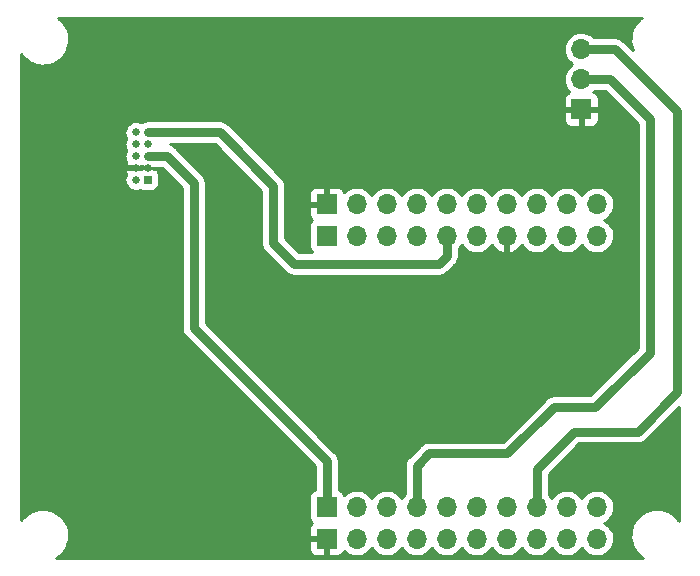
<source format=gbr>
G04 #@! TF.GenerationSoftware,KiCad,Pcbnew,5.99.0-unknown-r17856-55e56c6c*
G04 #@! TF.CreationDate,2020-05-30T10:45:51+03:00*
G04 #@! TF.ProjectId,airquality,61697271-7561-46c6-9974-792e6b696361,rev?*
G04 #@! TF.SameCoordinates,Original*
G04 #@! TF.FileFunction,Copper,L2,Bot*
G04 #@! TF.FilePolarity,Positive*
%FSLAX46Y46*%
G04 Gerber Fmt 4.6, Leading zero omitted, Abs format (unit mm)*
G04 Created by KiCad (PCBNEW 5.99.0-unknown-r17856-55e56c6c) date 2020-05-30 10:45:51*
%MOMM*%
%LPD*%
G01*
G04 APERTURE LIST*
G04 #@! TA.AperFunction,ComponentPad*
%ADD10O,1.700000X1.700000*%
G04 #@! TD*
G04 #@! TA.AperFunction,ComponentPad*
%ADD11R,1.700000X1.700000*%
G04 #@! TD*
G04 #@! TA.AperFunction,ComponentPad*
%ADD12O,0.650000X0.650000*%
G04 #@! TD*
G04 #@! TA.AperFunction,ComponentPad*
%ADD13R,0.650000X0.650000*%
G04 #@! TD*
G04 #@! TA.AperFunction,Conductor*
%ADD14C,0.750000*%
G04 #@! TD*
G04 #@! TA.AperFunction,Conductor*
%ADD15C,0.254000*%
G04 #@! TD*
G04 APERTURE END LIST*
D10*
X174117000Y-94742000D03*
X171577000Y-94742000D03*
X169037000Y-92075000D03*
X174117000Y-92075000D03*
X171577000Y-92075000D03*
D11*
X166497000Y-92075000D03*
D10*
X179197000Y-92075000D03*
X184277000Y-92075000D03*
X186817000Y-92075000D03*
X181737000Y-92075000D03*
X176657000Y-92075000D03*
X169037000Y-94742000D03*
D11*
X166497000Y-94742000D03*
D10*
X179197000Y-94742000D03*
X184277000Y-94742000D03*
X186817000Y-94742000D03*
X181737000Y-94742000D03*
X176657000Y-94742000D03*
X189357000Y-94742000D03*
X189357000Y-92075000D03*
X169037000Y-69088000D03*
X174117000Y-69088000D03*
X171577000Y-69088000D03*
D11*
X166497000Y-69088000D03*
D10*
X179197000Y-69088000D03*
X184277000Y-69088000D03*
X186817000Y-69088000D03*
X181737000Y-69088000D03*
X176657000Y-69088000D03*
X189357000Y-69088000D03*
X169037000Y-66421000D03*
X171577000Y-66421000D03*
D11*
X166497000Y-66421000D03*
D10*
X174117000Y-66421000D03*
X179197000Y-66421000D03*
X176657000Y-66421000D03*
X181737000Y-66421000D03*
X184277000Y-66421000D03*
X186817000Y-66421000D03*
X189357000Y-66421000D03*
D12*
X150350980Y-60338200D03*
X151350980Y-60338200D03*
X150350980Y-61338200D03*
X151350980Y-61338200D03*
X150350980Y-62338200D03*
X151350980Y-62338200D03*
X150350980Y-63338200D03*
X151350980Y-63338200D03*
X150350980Y-64338200D03*
D13*
X151350980Y-64338200D03*
D10*
X188061600Y-53314600D03*
X188061600Y-55854600D03*
D11*
X188061600Y-58394600D03*
D14*
X155244800Y-65506600D02*
X155244800Y-64599820D01*
X152983180Y-62338200D02*
X151350980Y-62338200D01*
X155244800Y-64599820D02*
X152983180Y-62338200D01*
X151350980Y-60338200D02*
X157434780Y-60338200D01*
X157434780Y-60338200D02*
X161950400Y-64853820D01*
X161950400Y-64853820D02*
X161950400Y-65532000D01*
X155244800Y-65506600D02*
X155244800Y-76898500D01*
X161950400Y-65532000D02*
X161950400Y-68199000D01*
X155244800Y-76898500D02*
X166497000Y-88150700D01*
X166497000Y-88150700D02*
X166497000Y-92075000D01*
X187413900Y-85674200D02*
X184277000Y-88811100D01*
X196138800Y-58534300D02*
X196138800Y-82359500D01*
X188061600Y-53314600D02*
X190919100Y-53314600D01*
X192824100Y-85674200D02*
X187413900Y-85674200D01*
X184277000Y-88811100D02*
X184277000Y-92075000D01*
X196138800Y-82359500D02*
X192824100Y-85674200D01*
X190919100Y-53314600D02*
X196138800Y-58534300D01*
X174117000Y-88582500D02*
X174117000Y-92075000D01*
X193903600Y-78981300D02*
X189255400Y-83629500D01*
X175171100Y-87528400D02*
X174117000Y-88582500D01*
X189255400Y-83629500D02*
X185712100Y-83629500D01*
X188061600Y-55854600D02*
X190525400Y-55854600D01*
X181813200Y-87528400D02*
X175171100Y-87528400D01*
X193903600Y-59232800D02*
X193903600Y-78981300D01*
X190525400Y-55854600D02*
X193903600Y-59232800D01*
X185712100Y-83629500D02*
X181813200Y-87528400D01*
X176657000Y-70815200D02*
X176657000Y-69088000D01*
X163728400Y-71462900D02*
X176009300Y-71462900D01*
X161950400Y-68199000D02*
X161950400Y-69684900D01*
X176009300Y-71462900D02*
X176657000Y-70815200D01*
X161950400Y-69684900D02*
X163728400Y-71462900D01*
G36*
X193065876Y-50700992D02*
G01*
X193059181Y-50706357D01*
X192841294Y-50906713D01*
X192835388Y-50912937D01*
X192646709Y-51141011D01*
X192641702Y-51147979D01*
X192485723Y-51399549D01*
X192481708Y-51407131D01*
X192361312Y-51677543D01*
X192358364Y-51685601D01*
X192275782Y-51969850D01*
X192273954Y-51978233D01*
X192230713Y-52271059D01*
X192230040Y-52279613D01*
X192226941Y-52575598D01*
X192227435Y-52584164D01*
X192264533Y-52877832D01*
X192266185Y-52886252D01*
X192342797Y-53172168D01*
X192345576Y-53180285D01*
X192440594Y-53406326D01*
X191680845Y-52646577D01*
X191645224Y-52600155D01*
X191633545Y-52588476D01*
X191435570Y-52436565D01*
X191421266Y-52428307D01*
X191190719Y-52332811D01*
X191174765Y-52328536D01*
X190993546Y-52304678D01*
X190927359Y-52295964D01*
X190910841Y-52295964D01*
X190852842Y-52303600D01*
X189152953Y-52303600D01*
X189142613Y-52290739D01*
X189135247Y-52283017D01*
X188954649Y-52123238D01*
X188946086Y-52116867D01*
X188741149Y-51989802D01*
X188731636Y-51984965D01*
X188508219Y-51894245D01*
X188498027Y-51891080D01*
X188262519Y-51839300D01*
X188251940Y-51837898D01*
X188011075Y-51826539D01*
X188000409Y-51826939D01*
X187761074Y-51856327D01*
X187750630Y-51858518D01*
X187519668Y-51927810D01*
X187509742Y-51931730D01*
X187293755Y-52038946D01*
X187284632Y-52044482D01*
X187089799Y-52186557D01*
X187081738Y-52193552D01*
X186913629Y-52366422D01*
X186906863Y-52374674D01*
X186770283Y-52573398D01*
X186765003Y-52582673D01*
X186663860Y-52801568D01*
X186660218Y-52811600D01*
X186597402Y-53044407D01*
X186595503Y-53054909D01*
X186572811Y-53294972D01*
X186572709Y-53305643D01*
X186590788Y-53546097D01*
X186592485Y-53556634D01*
X186650821Y-53790605D01*
X186654269Y-53800704D01*
X186751191Y-54021500D01*
X186756292Y-54030875D01*
X186889030Y-54232184D01*
X186895638Y-54240565D01*
X187060398Y-54416632D01*
X187068322Y-54423780D01*
X187260392Y-54569568D01*
X187269408Y-54575279D01*
X187285766Y-54583794D01*
X187284632Y-54584482D01*
X187089799Y-54726557D01*
X187081738Y-54733552D01*
X186913629Y-54906422D01*
X186906863Y-54914674D01*
X186770283Y-55113398D01*
X186765003Y-55122673D01*
X186663860Y-55341568D01*
X186660218Y-55351600D01*
X186597402Y-55584407D01*
X186595503Y-55594909D01*
X186572811Y-55834972D01*
X186572709Y-55845643D01*
X186590788Y-56086097D01*
X186592485Y-56096634D01*
X186650821Y-56330605D01*
X186654269Y-56340704D01*
X186751191Y-56561500D01*
X186756292Y-56570875D01*
X186889030Y-56772184D01*
X186895638Y-56780565D01*
X187047081Y-56942401D01*
X186907742Y-56979737D01*
X186883262Y-56992480D01*
X186727010Y-57123590D01*
X186712839Y-57140479D01*
X186612241Y-57314720D01*
X186604700Y-57335437D01*
X186570722Y-57528138D01*
X186569763Y-57539099D01*
X186569763Y-58192791D01*
X186643572Y-58266600D01*
X187859792Y-58266601D01*
X187859793Y-58266600D01*
X189479628Y-58266601D01*
X189553437Y-58192792D01*
X189553437Y-57536342D01*
X189551281Y-57519966D01*
X189476463Y-57240742D01*
X189463720Y-57216262D01*
X189332610Y-57060010D01*
X189315721Y-57045839D01*
X189141480Y-56945241D01*
X189120763Y-56937700D01*
X189085924Y-56931557D01*
X189115245Y-56906603D01*
X189122758Y-56899024D01*
X189150705Y-56865600D01*
X190106632Y-56865600D01*
X192892600Y-59651569D01*
X192892601Y-78562530D01*
X188836632Y-82618500D01*
X185778350Y-82618500D01*
X185720358Y-82610865D01*
X185703840Y-82610865D01*
X185641751Y-82619039D01*
X185641742Y-82619040D01*
X185456435Y-82643436D01*
X185440481Y-82647711D01*
X185306738Y-82703109D01*
X185209933Y-82743207D01*
X185195629Y-82751465D01*
X185074626Y-82844315D01*
X184997655Y-82903376D01*
X184985976Y-82915055D01*
X184950358Y-82961473D01*
X181394432Y-86517400D01*
X175237359Y-86517400D01*
X175179359Y-86509764D01*
X175162841Y-86509764D01*
X175096653Y-86518478D01*
X174915435Y-86542336D01*
X174899481Y-86546611D01*
X174668934Y-86642107D01*
X174654630Y-86650365D01*
X174456655Y-86802276D01*
X174444975Y-86813956D01*
X174409356Y-86860376D01*
X173448977Y-87820755D01*
X173402555Y-87856376D01*
X173390876Y-87868056D01*
X173319289Y-87961351D01*
X173231329Y-88075982D01*
X173225968Y-88091776D01*
X173135211Y-88310882D01*
X173130936Y-88326836D01*
X173107078Y-88508052D01*
X173098364Y-88574242D01*
X173098364Y-88590759D01*
X173106000Y-88648758D01*
X173106001Y-90985971D01*
X172969029Y-91126822D01*
X172962263Y-91135074D01*
X172846229Y-91303903D01*
X172815067Y-91247916D01*
X172809107Y-91239064D01*
X172658013Y-91051140D01*
X172650647Y-91043417D01*
X172470049Y-90883638D01*
X172461486Y-90877267D01*
X172256549Y-90750202D01*
X172247036Y-90745365D01*
X172023619Y-90654645D01*
X172013427Y-90651480D01*
X171777919Y-90599700D01*
X171767340Y-90598298D01*
X171526475Y-90586939D01*
X171515809Y-90587339D01*
X171276474Y-90616727D01*
X171266030Y-90618918D01*
X171035068Y-90688210D01*
X171025142Y-90692130D01*
X170809155Y-90799346D01*
X170800032Y-90804882D01*
X170605199Y-90946957D01*
X170597138Y-90953952D01*
X170429029Y-91126822D01*
X170422263Y-91135074D01*
X170306229Y-91303903D01*
X170275067Y-91247916D01*
X170269107Y-91239064D01*
X170118013Y-91051140D01*
X170110647Y-91043417D01*
X169930049Y-90883638D01*
X169921486Y-90877267D01*
X169716549Y-90750202D01*
X169707036Y-90745365D01*
X169483619Y-90654645D01*
X169473427Y-90651480D01*
X169237919Y-90599700D01*
X169227340Y-90598298D01*
X168986475Y-90586939D01*
X168975809Y-90587339D01*
X168736474Y-90616727D01*
X168726030Y-90618918D01*
X168495068Y-90688210D01*
X168485142Y-90692130D01*
X168269155Y-90799346D01*
X168260032Y-90804882D01*
X168065199Y-90946957D01*
X168057138Y-90953952D01*
X167950137Y-91063983D01*
X167911863Y-90921142D01*
X167899120Y-90896662D01*
X167768010Y-90740410D01*
X167751121Y-90726239D01*
X167576880Y-90625641D01*
X167556163Y-90618101D01*
X167508000Y-90609608D01*
X167508000Y-88216958D01*
X167515636Y-88158959D01*
X167515636Y-88142442D01*
X167506922Y-88076253D01*
X167483064Y-87895035D01*
X167478789Y-87879081D01*
X167383293Y-87648534D01*
X167375035Y-87634230D01*
X167223124Y-87436255D01*
X167211444Y-87424576D01*
X167165031Y-87388962D01*
X156255800Y-76479732D01*
X156255800Y-64666079D01*
X156263436Y-64608078D01*
X156263436Y-64591561D01*
X156230864Y-64344155D01*
X156226589Y-64328201D01*
X156131093Y-64097654D01*
X156122835Y-64083350D01*
X156011565Y-63938339D01*
X155970924Y-63885375D01*
X155959245Y-63873696D01*
X155912827Y-63838078D01*
X153744925Y-61670177D01*
X153709304Y-61623755D01*
X153697625Y-61612076D01*
X153499650Y-61460165D01*
X153485346Y-61451907D01*
X153254799Y-61356411D01*
X153238845Y-61352136D01*
X153216544Y-61349200D01*
X157016012Y-61349200D01*
X160939400Y-65272589D01*
X160939400Y-65474000D01*
X160939401Y-68136514D01*
X160939400Y-68136528D01*
X160939401Y-69618635D01*
X160931764Y-69676641D01*
X160931764Y-69693159D01*
X160957305Y-69887153D01*
X160964337Y-69940566D01*
X160968612Y-69956520D01*
X160987119Y-70001198D01*
X161064106Y-70187066D01*
X161072365Y-70201370D01*
X161183558Y-70346278D01*
X161224277Y-70399345D01*
X161235956Y-70411024D01*
X161282374Y-70446642D01*
X162966658Y-72130927D01*
X163002276Y-72177345D01*
X163013955Y-72189024D01*
X163066919Y-72229665D01*
X163211930Y-72340935D01*
X163226234Y-72349193D01*
X163456781Y-72444689D01*
X163472735Y-72448964D01*
X163720141Y-72481536D01*
X163736658Y-72481536D01*
X163794659Y-72473900D01*
X175943042Y-72473900D01*
X176001041Y-72481536D01*
X176017559Y-72481536D01*
X176083746Y-72472822D01*
X176264965Y-72448964D01*
X176280919Y-72444689D01*
X176511466Y-72349193D01*
X176525770Y-72340935D01*
X176723745Y-72189024D01*
X176735424Y-72177345D01*
X176771042Y-72130927D01*
X177325031Y-71576939D01*
X177371445Y-71541324D01*
X177383124Y-71529645D01*
X177430596Y-71467777D01*
X177535035Y-71331671D01*
X177543293Y-71317367D01*
X177572573Y-71246682D01*
X177638789Y-71086820D01*
X177643064Y-71070865D01*
X177667460Y-70885558D01*
X177667461Y-70885549D01*
X177675635Y-70823460D01*
X177675635Y-70806942D01*
X177668000Y-70748950D01*
X177668000Y-70176297D01*
X177710645Y-70140003D01*
X177718158Y-70132424D01*
X177872833Y-69947435D01*
X177878962Y-69938698D01*
X177926486Y-69857043D01*
X178024430Y-70005584D01*
X178031038Y-70013965D01*
X178195798Y-70190032D01*
X178203722Y-70197180D01*
X178395792Y-70342968D01*
X178404808Y-70348679D01*
X178618696Y-70460021D01*
X178628545Y-70464131D01*
X178858134Y-70537844D01*
X178868535Y-70540236D01*
X179107262Y-70574212D01*
X179117917Y-70574817D01*
X179358956Y-70568084D01*
X179369561Y-70566885D01*
X179606019Y-70519636D01*
X179616270Y-70516667D01*
X179841387Y-70430253D01*
X179850991Y-70425600D01*
X180058330Y-70302491D01*
X180067012Y-70296286D01*
X180250645Y-70140004D01*
X180258158Y-70132424D01*
X180412833Y-69947435D01*
X180418962Y-69938698D01*
X180466486Y-69857043D01*
X180564430Y-70005584D01*
X180571038Y-70013965D01*
X180735798Y-70190032D01*
X180743722Y-70197180D01*
X180935792Y-70342968D01*
X180944808Y-70348679D01*
X181158696Y-70460021D01*
X181168545Y-70464131D01*
X181398134Y-70537845D01*
X181408535Y-70540236D01*
X181522162Y-70556407D01*
X181609000Y-70481052D01*
X181609001Y-68960000D01*
X181865000Y-68960001D01*
X181864999Y-70481748D01*
X181957217Y-70557362D01*
X182146019Y-70519636D01*
X182156270Y-70516667D01*
X182381387Y-70430253D01*
X182390991Y-70425600D01*
X182598330Y-70302491D01*
X182607012Y-70296286D01*
X182790645Y-70140004D01*
X182798158Y-70132424D01*
X182952833Y-69947435D01*
X182958962Y-69938698D01*
X183006486Y-69857043D01*
X183104430Y-70005584D01*
X183111038Y-70013965D01*
X183275798Y-70190032D01*
X183283722Y-70197180D01*
X183475792Y-70342968D01*
X183484808Y-70348679D01*
X183698696Y-70460021D01*
X183708545Y-70464131D01*
X183938134Y-70537844D01*
X183948535Y-70540236D01*
X184187262Y-70574212D01*
X184197917Y-70574817D01*
X184438956Y-70568084D01*
X184449561Y-70566885D01*
X184686019Y-70519636D01*
X184696270Y-70516667D01*
X184921387Y-70430253D01*
X184930991Y-70425600D01*
X185138330Y-70302491D01*
X185147012Y-70296286D01*
X185330645Y-70140004D01*
X185338158Y-70132424D01*
X185492833Y-69947435D01*
X185498962Y-69938698D01*
X185546486Y-69857043D01*
X185644430Y-70005584D01*
X185651038Y-70013965D01*
X185815798Y-70190032D01*
X185823722Y-70197180D01*
X186015792Y-70342968D01*
X186024808Y-70348679D01*
X186238696Y-70460021D01*
X186248545Y-70464131D01*
X186478134Y-70537844D01*
X186488535Y-70540236D01*
X186727262Y-70574212D01*
X186737917Y-70574817D01*
X186978956Y-70568084D01*
X186989561Y-70566885D01*
X187226019Y-70519636D01*
X187236270Y-70516667D01*
X187461387Y-70430253D01*
X187470991Y-70425600D01*
X187678330Y-70302491D01*
X187687012Y-70296286D01*
X187870645Y-70140004D01*
X187878158Y-70132424D01*
X188032833Y-69947435D01*
X188038962Y-69938698D01*
X188086486Y-69857043D01*
X188184430Y-70005584D01*
X188191038Y-70013965D01*
X188355798Y-70190032D01*
X188363722Y-70197180D01*
X188555792Y-70342968D01*
X188564808Y-70348679D01*
X188778696Y-70460021D01*
X188788545Y-70464131D01*
X189018134Y-70537844D01*
X189028535Y-70540236D01*
X189267262Y-70574212D01*
X189277917Y-70574817D01*
X189518956Y-70568084D01*
X189529561Y-70566885D01*
X189766019Y-70519636D01*
X189776270Y-70516667D01*
X190001387Y-70430253D01*
X190010991Y-70425600D01*
X190218330Y-70302491D01*
X190227012Y-70296286D01*
X190410645Y-70140004D01*
X190418158Y-70132424D01*
X190572833Y-69947435D01*
X190578962Y-69938698D01*
X190700256Y-69730294D01*
X190704825Y-69720650D01*
X190789272Y-69494787D01*
X190792151Y-69484511D01*
X190837392Y-69247351D01*
X190838507Y-69236128D01*
X190841077Y-68968341D01*
X190840178Y-68957099D01*
X190799499Y-68719114D01*
X190796817Y-68708784D01*
X190716723Y-68481343D01*
X190712339Y-68471612D01*
X190595067Y-68260916D01*
X190589107Y-68252064D01*
X190438013Y-68064140D01*
X190430647Y-68056417D01*
X190250049Y-67896638D01*
X190241486Y-67890267D01*
X190036549Y-67763202D01*
X190027036Y-67758365D01*
X190017742Y-67754591D01*
X190218330Y-67635491D01*
X190227012Y-67629286D01*
X190410645Y-67473004D01*
X190418158Y-67465424D01*
X190572833Y-67280435D01*
X190578962Y-67271698D01*
X190700256Y-67063294D01*
X190704825Y-67053650D01*
X190789272Y-66827787D01*
X190792151Y-66817511D01*
X190837392Y-66580351D01*
X190838507Y-66569128D01*
X190841077Y-66301341D01*
X190840178Y-66290099D01*
X190799499Y-66052114D01*
X190796817Y-66041784D01*
X190716723Y-65814343D01*
X190712339Y-65804612D01*
X190595067Y-65593916D01*
X190589107Y-65585064D01*
X190438013Y-65397140D01*
X190430647Y-65389417D01*
X190250049Y-65229638D01*
X190241486Y-65223267D01*
X190036549Y-65096202D01*
X190027036Y-65091365D01*
X189803619Y-65000645D01*
X189793427Y-64997480D01*
X189557919Y-64945700D01*
X189547340Y-64944298D01*
X189306475Y-64932939D01*
X189295809Y-64933339D01*
X189056474Y-64962727D01*
X189046030Y-64964918D01*
X188815068Y-65034210D01*
X188805142Y-65038130D01*
X188589155Y-65145346D01*
X188580032Y-65150882D01*
X188385199Y-65292957D01*
X188377138Y-65299952D01*
X188209029Y-65472822D01*
X188202263Y-65481074D01*
X188086229Y-65649903D01*
X188055067Y-65593916D01*
X188049107Y-65585064D01*
X187898013Y-65397140D01*
X187890647Y-65389417D01*
X187710049Y-65229638D01*
X187701486Y-65223267D01*
X187496549Y-65096202D01*
X187487036Y-65091365D01*
X187263619Y-65000645D01*
X187253427Y-64997480D01*
X187017919Y-64945700D01*
X187007340Y-64944298D01*
X186766475Y-64932939D01*
X186755809Y-64933339D01*
X186516474Y-64962727D01*
X186506030Y-64964918D01*
X186275068Y-65034210D01*
X186265142Y-65038130D01*
X186049155Y-65145346D01*
X186040032Y-65150882D01*
X185845199Y-65292957D01*
X185837138Y-65299952D01*
X185669029Y-65472822D01*
X185662263Y-65481074D01*
X185546229Y-65649903D01*
X185515067Y-65593916D01*
X185509107Y-65585064D01*
X185358013Y-65397140D01*
X185350647Y-65389417D01*
X185170049Y-65229638D01*
X185161486Y-65223267D01*
X184956549Y-65096202D01*
X184947036Y-65091365D01*
X184723619Y-65000645D01*
X184713427Y-64997480D01*
X184477919Y-64945700D01*
X184467340Y-64944298D01*
X184226475Y-64932939D01*
X184215809Y-64933339D01*
X183976474Y-64962727D01*
X183966030Y-64964918D01*
X183735068Y-65034210D01*
X183725142Y-65038130D01*
X183509155Y-65145346D01*
X183500032Y-65150882D01*
X183305199Y-65292957D01*
X183297138Y-65299952D01*
X183129029Y-65472822D01*
X183122263Y-65481074D01*
X183006229Y-65649903D01*
X182975067Y-65593916D01*
X182969107Y-65585064D01*
X182818013Y-65397140D01*
X182810647Y-65389417D01*
X182630049Y-65229638D01*
X182621486Y-65223267D01*
X182416549Y-65096202D01*
X182407036Y-65091365D01*
X182183619Y-65000645D01*
X182173427Y-64997480D01*
X181937919Y-64945700D01*
X181927340Y-64944298D01*
X181686475Y-64932939D01*
X181675809Y-64933339D01*
X181436474Y-64962727D01*
X181426030Y-64964918D01*
X181195068Y-65034210D01*
X181185142Y-65038130D01*
X180969155Y-65145346D01*
X180960032Y-65150882D01*
X180765199Y-65292957D01*
X180757138Y-65299952D01*
X180589029Y-65472822D01*
X180582263Y-65481074D01*
X180466229Y-65649903D01*
X180435067Y-65593916D01*
X180429107Y-65585064D01*
X180278013Y-65397140D01*
X180270647Y-65389417D01*
X180090049Y-65229638D01*
X180081486Y-65223267D01*
X179876549Y-65096202D01*
X179867036Y-65091365D01*
X179643619Y-65000645D01*
X179633427Y-64997480D01*
X179397919Y-64945700D01*
X179387340Y-64944298D01*
X179146475Y-64932939D01*
X179135809Y-64933339D01*
X178896474Y-64962727D01*
X178886030Y-64964918D01*
X178655068Y-65034210D01*
X178645142Y-65038130D01*
X178429155Y-65145346D01*
X178420032Y-65150882D01*
X178225199Y-65292957D01*
X178217138Y-65299952D01*
X178049029Y-65472822D01*
X178042263Y-65481074D01*
X177926229Y-65649903D01*
X177895067Y-65593916D01*
X177889107Y-65585064D01*
X177738013Y-65397140D01*
X177730647Y-65389417D01*
X177550049Y-65229638D01*
X177541486Y-65223267D01*
X177336549Y-65096202D01*
X177327036Y-65091365D01*
X177103619Y-65000645D01*
X177093427Y-64997480D01*
X176857919Y-64945700D01*
X176847340Y-64944298D01*
X176606475Y-64932939D01*
X176595809Y-64933339D01*
X176356474Y-64962727D01*
X176346030Y-64964918D01*
X176115068Y-65034210D01*
X176105142Y-65038130D01*
X175889155Y-65145346D01*
X175880032Y-65150882D01*
X175685199Y-65292957D01*
X175677138Y-65299952D01*
X175509029Y-65472822D01*
X175502263Y-65481074D01*
X175386229Y-65649903D01*
X175355067Y-65593916D01*
X175349107Y-65585064D01*
X175198013Y-65397140D01*
X175190647Y-65389417D01*
X175010049Y-65229638D01*
X175001486Y-65223267D01*
X174796549Y-65096202D01*
X174787036Y-65091365D01*
X174563619Y-65000645D01*
X174553427Y-64997480D01*
X174317919Y-64945700D01*
X174307340Y-64944298D01*
X174066475Y-64932939D01*
X174055809Y-64933339D01*
X173816474Y-64962727D01*
X173806030Y-64964918D01*
X173575068Y-65034210D01*
X173565142Y-65038130D01*
X173349155Y-65145346D01*
X173340032Y-65150882D01*
X173145199Y-65292957D01*
X173137138Y-65299952D01*
X172969029Y-65472822D01*
X172962263Y-65481074D01*
X172846229Y-65649903D01*
X172815067Y-65593916D01*
X172809107Y-65585064D01*
X172658013Y-65397140D01*
X172650647Y-65389417D01*
X172470049Y-65229638D01*
X172461486Y-65223267D01*
X172256549Y-65096202D01*
X172247036Y-65091365D01*
X172023619Y-65000645D01*
X172013427Y-64997480D01*
X171777919Y-64945700D01*
X171767340Y-64944298D01*
X171526475Y-64932939D01*
X171515809Y-64933339D01*
X171276474Y-64962727D01*
X171266030Y-64964918D01*
X171035068Y-65034210D01*
X171025142Y-65038130D01*
X170809155Y-65145346D01*
X170800032Y-65150882D01*
X170605199Y-65292957D01*
X170597138Y-65299952D01*
X170429029Y-65472822D01*
X170422263Y-65481074D01*
X170306229Y-65649903D01*
X170275067Y-65593916D01*
X170269107Y-65585064D01*
X170118013Y-65397140D01*
X170110647Y-65389417D01*
X169930049Y-65229638D01*
X169921486Y-65223267D01*
X169716549Y-65096202D01*
X169707036Y-65091365D01*
X169483619Y-65000645D01*
X169473427Y-64997480D01*
X169237919Y-64945700D01*
X169227340Y-64944298D01*
X168986475Y-64932939D01*
X168975809Y-64933339D01*
X168736474Y-64962727D01*
X168726030Y-64964918D01*
X168495068Y-65034210D01*
X168485142Y-65038130D01*
X168269155Y-65145346D01*
X168260032Y-65150882D01*
X168065199Y-65292957D01*
X168057138Y-65299952D01*
X167950137Y-65409983D01*
X167911863Y-65267142D01*
X167899120Y-65242662D01*
X167768010Y-65086410D01*
X167751121Y-65072239D01*
X167576880Y-64971641D01*
X167556163Y-64964100D01*
X167363462Y-64930122D01*
X167352501Y-64929163D01*
X166698809Y-64929163D01*
X166625000Y-65002972D01*
X166624999Y-66219192D01*
X166625000Y-66219193D01*
X166624999Y-66549000D01*
X165078972Y-66548999D01*
X165005163Y-66622808D01*
X165005163Y-67279258D01*
X165007319Y-67295634D01*
X165082137Y-67574859D01*
X165094880Y-67599339D01*
X165225990Y-67755590D01*
X165230787Y-67759615D01*
X165162410Y-67816990D01*
X165148239Y-67833879D01*
X165047641Y-68008120D01*
X165040100Y-68028837D01*
X165006122Y-68221538D01*
X165005163Y-68232499D01*
X165005163Y-69946258D01*
X165007319Y-69962634D01*
X165082137Y-70241859D01*
X165094880Y-70266339D01*
X165225990Y-70422590D01*
X165242879Y-70436761D01*
X165269101Y-70451900D01*
X164147169Y-70451900D01*
X162961400Y-69266132D01*
X162961400Y-65565499D01*
X165005163Y-65565499D01*
X165005163Y-66219191D01*
X165078972Y-66293000D01*
X166295191Y-66293001D01*
X166369000Y-66219192D01*
X166369001Y-65002972D01*
X166295192Y-64929163D01*
X165638742Y-64929163D01*
X165622366Y-64931319D01*
X165343142Y-65006137D01*
X165318662Y-65018880D01*
X165162410Y-65149990D01*
X165148239Y-65166879D01*
X165047641Y-65341120D01*
X165040100Y-65361837D01*
X165006122Y-65554538D01*
X165005163Y-65565499D01*
X162961400Y-65565499D01*
X162961400Y-64920077D01*
X162969036Y-64862078D01*
X162969036Y-64845560D01*
X162960322Y-64779372D01*
X162936464Y-64598155D01*
X162932189Y-64582201D01*
X162851040Y-64386289D01*
X162836694Y-64351654D01*
X162828435Y-64337349D01*
X162717164Y-64192339D01*
X162676524Y-64139375D01*
X162664844Y-64127696D01*
X162618431Y-64092082D01*
X158196525Y-59670177D01*
X158160904Y-59623755D01*
X158149225Y-59612076D01*
X157951250Y-59460165D01*
X157936946Y-59451907D01*
X157706399Y-59356411D01*
X157690445Y-59352136D01*
X157509226Y-59328278D01*
X157443039Y-59319564D01*
X157426521Y-59319564D01*
X157368522Y-59327200D01*
X151288854Y-59327200D01*
X151280622Y-59327740D01*
X151095315Y-59352136D01*
X151079361Y-59356411D01*
X150848814Y-59451907D01*
X150834510Y-59460165D01*
X150796800Y-59489101D01*
X150715281Y-59445757D01*
X150702610Y-59440689D01*
X150515145Y-59388347D01*
X150501680Y-59386117D01*
X150307347Y-59375253D01*
X150293718Y-59375967D01*
X150101587Y-59407086D01*
X150088429Y-59410710D01*
X149907462Y-59482360D01*
X149895389Y-59488725D01*
X149734029Y-59597564D01*
X149723604Y-59606373D01*
X149589379Y-59747323D01*
X149581090Y-59758165D01*
X149480264Y-59924650D01*
X149474496Y-59937019D01*
X149411772Y-60121269D01*
X149408795Y-60134588D01*
X149387099Y-60328011D01*
X149387051Y-60341659D01*
X149407396Y-60535228D01*
X149410280Y-60548568D01*
X149471717Y-60733253D01*
X149477398Y-60745662D01*
X149532590Y-60838248D01*
X149480264Y-60924650D01*
X149474496Y-60937019D01*
X149411772Y-61121269D01*
X149408795Y-61134588D01*
X149387099Y-61328011D01*
X149387051Y-61341659D01*
X149407396Y-61535228D01*
X149410280Y-61548568D01*
X149471717Y-61733253D01*
X149477398Y-61745662D01*
X149532590Y-61838248D01*
X149480264Y-61924650D01*
X149474496Y-61937019D01*
X149411772Y-62121269D01*
X149408795Y-62134588D01*
X149387099Y-62328011D01*
X149387051Y-62341659D01*
X149407396Y-62535228D01*
X149410280Y-62548568D01*
X149471717Y-62733253D01*
X149477398Y-62745662D01*
X149532590Y-62838248D01*
X149480264Y-62924650D01*
X149474496Y-62937019D01*
X149417347Y-63104895D01*
X149492738Y-63210200D01*
X149949213Y-63210201D01*
X150081960Y-63263834D01*
X150095092Y-63267551D01*
X150287003Y-63300010D01*
X150300626Y-63300819D01*
X150495029Y-63291311D01*
X150508509Y-63289176D01*
X150696335Y-63238145D01*
X150709042Y-63233165D01*
X150752969Y-63210200D01*
X150826647Y-63210201D01*
X150834511Y-63216235D01*
X150848814Y-63224493D01*
X151079361Y-63319989D01*
X151095315Y-63324264D01*
X151280622Y-63348660D01*
X151288854Y-63349200D01*
X152564412Y-63349200D01*
X154233801Y-65018589D01*
X154233800Y-65448599D01*
X154233800Y-65448600D01*
X154233801Y-76832235D01*
X154226164Y-76890241D01*
X154226164Y-76906759D01*
X154258737Y-77154164D01*
X154263012Y-77170118D01*
X154358506Y-77400666D01*
X154366765Y-77414970D01*
X154478036Y-77559980D01*
X154518677Y-77612945D01*
X154530356Y-77624624D01*
X154576774Y-77660242D01*
X165486000Y-88569469D01*
X165486001Y-90621858D01*
X165343142Y-90660137D01*
X165318662Y-90672880D01*
X165162410Y-90803990D01*
X165148239Y-90820879D01*
X165047641Y-90995120D01*
X165040100Y-91015837D01*
X165006122Y-91208538D01*
X165005163Y-91219499D01*
X165005163Y-92933258D01*
X165007319Y-92949634D01*
X165082137Y-93228859D01*
X165094880Y-93253339D01*
X165225990Y-93409590D01*
X165230787Y-93413615D01*
X165162410Y-93470990D01*
X165148239Y-93487879D01*
X165047641Y-93662120D01*
X165040100Y-93682837D01*
X165006122Y-93875538D01*
X165005163Y-93886499D01*
X165005163Y-94540191D01*
X165078972Y-94614000D01*
X166295192Y-94614001D01*
X166295193Y-94614000D01*
X166625000Y-94614001D01*
X166624999Y-96160028D01*
X166698808Y-96233837D01*
X167355258Y-96233837D01*
X167371634Y-96231681D01*
X167650859Y-96156863D01*
X167675339Y-96144120D01*
X167831590Y-96013010D01*
X167845761Y-95996121D01*
X167946359Y-95821880D01*
X167953900Y-95801163D01*
X167960525Y-95763593D01*
X168035798Y-95844032D01*
X168043722Y-95851180D01*
X168235792Y-95996968D01*
X168244808Y-96002679D01*
X168458696Y-96114021D01*
X168468545Y-96118131D01*
X168698134Y-96191844D01*
X168708535Y-96194236D01*
X168947262Y-96228212D01*
X168957917Y-96228817D01*
X169198956Y-96222084D01*
X169209561Y-96220885D01*
X169446019Y-96173636D01*
X169456270Y-96170667D01*
X169681387Y-96084253D01*
X169690991Y-96079600D01*
X169898330Y-95956491D01*
X169907012Y-95950286D01*
X170090645Y-95794004D01*
X170098158Y-95786424D01*
X170252833Y-95601435D01*
X170258962Y-95592698D01*
X170306486Y-95511043D01*
X170404430Y-95659584D01*
X170411038Y-95667965D01*
X170575798Y-95844032D01*
X170583722Y-95851180D01*
X170775792Y-95996968D01*
X170784808Y-96002679D01*
X170998696Y-96114021D01*
X171008545Y-96118131D01*
X171238134Y-96191844D01*
X171248535Y-96194236D01*
X171487262Y-96228212D01*
X171497917Y-96228817D01*
X171738956Y-96222084D01*
X171749561Y-96220885D01*
X171986019Y-96173636D01*
X171996270Y-96170667D01*
X172221387Y-96084253D01*
X172230991Y-96079600D01*
X172438330Y-95956491D01*
X172447012Y-95950286D01*
X172630645Y-95794004D01*
X172638158Y-95786424D01*
X172792833Y-95601435D01*
X172798962Y-95592698D01*
X172846486Y-95511043D01*
X172944430Y-95659584D01*
X172951038Y-95667965D01*
X173115798Y-95844032D01*
X173123722Y-95851180D01*
X173315792Y-95996968D01*
X173324808Y-96002679D01*
X173538696Y-96114021D01*
X173548545Y-96118131D01*
X173778134Y-96191844D01*
X173788535Y-96194236D01*
X174027262Y-96228212D01*
X174037917Y-96228817D01*
X174278956Y-96222084D01*
X174289561Y-96220885D01*
X174526019Y-96173636D01*
X174536270Y-96170667D01*
X174761387Y-96084253D01*
X174770991Y-96079600D01*
X174978330Y-95956491D01*
X174987012Y-95950286D01*
X175170645Y-95794004D01*
X175178158Y-95786424D01*
X175332833Y-95601435D01*
X175338962Y-95592698D01*
X175386486Y-95511043D01*
X175484430Y-95659584D01*
X175491038Y-95667965D01*
X175655798Y-95844032D01*
X175663722Y-95851180D01*
X175855792Y-95996968D01*
X175864808Y-96002679D01*
X176078696Y-96114021D01*
X176088545Y-96118131D01*
X176318134Y-96191844D01*
X176328535Y-96194236D01*
X176567262Y-96228212D01*
X176577917Y-96228817D01*
X176818956Y-96222084D01*
X176829561Y-96220885D01*
X177066019Y-96173636D01*
X177076270Y-96170667D01*
X177301387Y-96084253D01*
X177310991Y-96079600D01*
X177518330Y-95956491D01*
X177527012Y-95950286D01*
X177710645Y-95794004D01*
X177718158Y-95786424D01*
X177872833Y-95601435D01*
X177878962Y-95592698D01*
X177926486Y-95511043D01*
X178024430Y-95659584D01*
X178031038Y-95667965D01*
X178195798Y-95844032D01*
X178203722Y-95851180D01*
X178395792Y-95996968D01*
X178404808Y-96002679D01*
X178618696Y-96114021D01*
X178628545Y-96118131D01*
X178858134Y-96191844D01*
X178868535Y-96194236D01*
X179107262Y-96228212D01*
X179117917Y-96228817D01*
X179358956Y-96222084D01*
X179369561Y-96220885D01*
X179606019Y-96173636D01*
X179616270Y-96170667D01*
X179841387Y-96084253D01*
X179850991Y-96079600D01*
X180058330Y-95956491D01*
X180067012Y-95950286D01*
X180250645Y-95794004D01*
X180258158Y-95786424D01*
X180412833Y-95601435D01*
X180418962Y-95592698D01*
X180466486Y-95511043D01*
X180564430Y-95659584D01*
X180571038Y-95667965D01*
X180735798Y-95844032D01*
X180743722Y-95851180D01*
X180935792Y-95996968D01*
X180944808Y-96002679D01*
X181158696Y-96114021D01*
X181168545Y-96118131D01*
X181398134Y-96191844D01*
X181408535Y-96194236D01*
X181647262Y-96228212D01*
X181657917Y-96228817D01*
X181898956Y-96222084D01*
X181909561Y-96220885D01*
X182146019Y-96173636D01*
X182156270Y-96170667D01*
X182381387Y-96084253D01*
X182390991Y-96079600D01*
X182598330Y-95956491D01*
X182607012Y-95950286D01*
X182790645Y-95794004D01*
X182798158Y-95786424D01*
X182952833Y-95601435D01*
X182958962Y-95592698D01*
X183006486Y-95511043D01*
X183104430Y-95659584D01*
X183111038Y-95667965D01*
X183275798Y-95844032D01*
X183283722Y-95851180D01*
X183475792Y-95996968D01*
X183484808Y-96002679D01*
X183698696Y-96114021D01*
X183708545Y-96118131D01*
X183938134Y-96191844D01*
X183948535Y-96194236D01*
X184187262Y-96228212D01*
X184197917Y-96228817D01*
X184438956Y-96222084D01*
X184449561Y-96220885D01*
X184686019Y-96173636D01*
X184696270Y-96170667D01*
X184921387Y-96084253D01*
X184930991Y-96079600D01*
X185138330Y-95956491D01*
X185147012Y-95950286D01*
X185330645Y-95794004D01*
X185338158Y-95786424D01*
X185492833Y-95601435D01*
X185498962Y-95592698D01*
X185546486Y-95511043D01*
X185644430Y-95659584D01*
X185651038Y-95667965D01*
X185815798Y-95844032D01*
X185823722Y-95851180D01*
X186015792Y-95996968D01*
X186024808Y-96002679D01*
X186238696Y-96114021D01*
X186248545Y-96118131D01*
X186478134Y-96191844D01*
X186488535Y-96194236D01*
X186727262Y-96228212D01*
X186737917Y-96228817D01*
X186978956Y-96222084D01*
X186989561Y-96220885D01*
X187226019Y-96173636D01*
X187236270Y-96170667D01*
X187461387Y-96084253D01*
X187470991Y-96079600D01*
X187678330Y-95956491D01*
X187687012Y-95950286D01*
X187870645Y-95794004D01*
X187878158Y-95786424D01*
X188032833Y-95601435D01*
X188038962Y-95592698D01*
X188086486Y-95511043D01*
X188184430Y-95659584D01*
X188191038Y-95667965D01*
X188355798Y-95844032D01*
X188363722Y-95851180D01*
X188555792Y-95996968D01*
X188564808Y-96002679D01*
X188778696Y-96114021D01*
X188788545Y-96118131D01*
X189018134Y-96191844D01*
X189028535Y-96194236D01*
X189267262Y-96228212D01*
X189277917Y-96228817D01*
X189518956Y-96222084D01*
X189529561Y-96220885D01*
X189766019Y-96173636D01*
X189776270Y-96170667D01*
X190001387Y-96084253D01*
X190010991Y-96079600D01*
X190218330Y-95956491D01*
X190227012Y-95950286D01*
X190410645Y-95794004D01*
X190418158Y-95786424D01*
X190572833Y-95601435D01*
X190578962Y-95592698D01*
X190700256Y-95384294D01*
X190704825Y-95374650D01*
X190789272Y-95148787D01*
X190792151Y-95138511D01*
X190837392Y-94901351D01*
X190838507Y-94890128D01*
X190841077Y-94622341D01*
X190840178Y-94611099D01*
X190799499Y-94373114D01*
X190796817Y-94362784D01*
X190716723Y-94135343D01*
X190712339Y-94125612D01*
X190595067Y-93914916D01*
X190589107Y-93906064D01*
X190438013Y-93718140D01*
X190430647Y-93710417D01*
X190250049Y-93550638D01*
X190241486Y-93544267D01*
X190036549Y-93417202D01*
X190027036Y-93412365D01*
X190017742Y-93408591D01*
X190218330Y-93289491D01*
X190227012Y-93283286D01*
X190410645Y-93127004D01*
X190418158Y-93119424D01*
X190572833Y-92934435D01*
X190578962Y-92925698D01*
X190700256Y-92717294D01*
X190704825Y-92707650D01*
X190789272Y-92481787D01*
X190792151Y-92471511D01*
X190837392Y-92234351D01*
X190838507Y-92223128D01*
X190841077Y-91955341D01*
X190840178Y-91944099D01*
X190799499Y-91706114D01*
X190796817Y-91695784D01*
X190716723Y-91468343D01*
X190712339Y-91458612D01*
X190595067Y-91247916D01*
X190589107Y-91239064D01*
X190438013Y-91051140D01*
X190430647Y-91043417D01*
X190250049Y-90883638D01*
X190241486Y-90877267D01*
X190036549Y-90750202D01*
X190027036Y-90745365D01*
X189803619Y-90654645D01*
X189793427Y-90651480D01*
X189557919Y-90599700D01*
X189547340Y-90598298D01*
X189306475Y-90586939D01*
X189295809Y-90587339D01*
X189056474Y-90616727D01*
X189046030Y-90618918D01*
X188815068Y-90688210D01*
X188805142Y-90692130D01*
X188589155Y-90799346D01*
X188580032Y-90804882D01*
X188385199Y-90946957D01*
X188377138Y-90953952D01*
X188209029Y-91126822D01*
X188202263Y-91135074D01*
X188086229Y-91303903D01*
X188055067Y-91247916D01*
X188049107Y-91239064D01*
X187898013Y-91051140D01*
X187890647Y-91043417D01*
X187710049Y-90883638D01*
X187701486Y-90877267D01*
X187496549Y-90750202D01*
X187487036Y-90745365D01*
X187263619Y-90654645D01*
X187253427Y-90651480D01*
X187017919Y-90599700D01*
X187007340Y-90598298D01*
X186766475Y-90586939D01*
X186755809Y-90587339D01*
X186516474Y-90616727D01*
X186506030Y-90618918D01*
X186275068Y-90688210D01*
X186265142Y-90692130D01*
X186049155Y-90799346D01*
X186040032Y-90804882D01*
X185845199Y-90946957D01*
X185837138Y-90953952D01*
X185669029Y-91126822D01*
X185662263Y-91135074D01*
X185546229Y-91303903D01*
X185515067Y-91247916D01*
X185509107Y-91239064D01*
X185358013Y-91051140D01*
X185350647Y-91043417D01*
X185288000Y-90987992D01*
X185288000Y-89229868D01*
X187832669Y-86685200D01*
X192757842Y-86685200D01*
X192815841Y-86692836D01*
X192832359Y-86692836D01*
X192898546Y-86684122D01*
X193079765Y-86660264D01*
X193095719Y-86655989D01*
X193326266Y-86560493D01*
X193340570Y-86552235D01*
X193538545Y-86400324D01*
X193550224Y-86388645D01*
X193585845Y-86342223D01*
X196366000Y-83562069D01*
X196366000Y-93281638D01*
X196296643Y-93167116D01*
X196291709Y-93160096D01*
X196105429Y-92930060D01*
X196099588Y-92923775D01*
X195883812Y-92721147D01*
X195877172Y-92715713D01*
X195635893Y-92544244D01*
X195628577Y-92539761D01*
X195366259Y-92402625D01*
X195358403Y-92399176D01*
X195079900Y-92298909D01*
X195071648Y-92296558D01*
X194782115Y-92235016D01*
X194773620Y-92233807D01*
X194478413Y-92212128D01*
X194469833Y-92212083D01*
X194174415Y-92230669D01*
X194165908Y-92231789D01*
X193875746Y-92290297D01*
X193867470Y-92292561D01*
X193587933Y-92389905D01*
X193580041Y-92393272D01*
X193316301Y-92527654D01*
X193308939Y-92532060D01*
X193065876Y-92700992D01*
X193059181Y-92706357D01*
X192841294Y-92906713D01*
X192835388Y-92912937D01*
X192646709Y-93141011D01*
X192641702Y-93147979D01*
X192485723Y-93399549D01*
X192481708Y-93407131D01*
X192361312Y-93677543D01*
X192358364Y-93685601D01*
X192275782Y-93969850D01*
X192273954Y-93978233D01*
X192230713Y-94271059D01*
X192230040Y-94279613D01*
X192226941Y-94575598D01*
X192227435Y-94584164D01*
X192264533Y-94877832D01*
X192266185Y-94886252D01*
X192342797Y-95172168D01*
X192345576Y-95180285D01*
X192460281Y-95453159D01*
X192464136Y-95460824D01*
X192614813Y-95715606D01*
X192619673Y-95722677D01*
X192803534Y-95954652D01*
X192809309Y-95960998D01*
X193022951Y-96165873D01*
X193029533Y-96171377D01*
X193269005Y-96345363D01*
X193276273Y-96349922D01*
X193306258Y-96366000D01*
X143619120Y-96366000D01*
X143840521Y-96215536D01*
X143847273Y-96210242D01*
X144067246Y-96012178D01*
X144073216Y-96006016D01*
X144264273Y-95779930D01*
X144269353Y-95773015D01*
X144427959Y-95523093D01*
X144432053Y-95515553D01*
X144555273Y-95246417D01*
X144558305Y-95238391D01*
X144643859Y-94955022D01*
X144645775Y-94946659D01*
X144646226Y-94943808D01*
X165005163Y-94943808D01*
X165005163Y-95600258D01*
X165007319Y-95616634D01*
X165082137Y-95895859D01*
X165094880Y-95920339D01*
X165225990Y-96076590D01*
X165242879Y-96090761D01*
X165417120Y-96191359D01*
X165437837Y-96198900D01*
X165630538Y-96232878D01*
X165641499Y-96233837D01*
X166295191Y-96233837D01*
X166369000Y-96160028D01*
X166369001Y-94943809D01*
X166295192Y-94870000D01*
X165078972Y-94869999D01*
X165005163Y-94943808D01*
X144646226Y-94943808D01*
X144692131Y-94653974D01*
X144692905Y-94644766D01*
X144696473Y-94303988D01*
X144695893Y-94294766D01*
X144655676Y-94001176D01*
X144653936Y-93992774D01*
X144574336Y-93707675D01*
X144571472Y-93699588D01*
X144453915Y-93427930D01*
X144449980Y-93420306D01*
X144296643Y-93167116D01*
X144291709Y-93160096D01*
X144105429Y-92930060D01*
X144099588Y-92923775D01*
X143883812Y-92721147D01*
X143877172Y-92715713D01*
X143635893Y-92544244D01*
X143628577Y-92539761D01*
X143366259Y-92402625D01*
X143358403Y-92399176D01*
X143079900Y-92298909D01*
X143071648Y-92296558D01*
X142782115Y-92235016D01*
X142773620Y-92233807D01*
X142478413Y-92212128D01*
X142469833Y-92212083D01*
X142174415Y-92230669D01*
X142165908Y-92231789D01*
X141875746Y-92290297D01*
X141867470Y-92292561D01*
X141587933Y-92389905D01*
X141580041Y-92393272D01*
X141316301Y-92527654D01*
X141308939Y-92532060D01*
X141065876Y-92700992D01*
X141059181Y-92706357D01*
X140841294Y-92906713D01*
X140835388Y-92912937D01*
X140646709Y-93141011D01*
X140641702Y-93147979D01*
X140634000Y-93160401D01*
X140634000Y-64341659D01*
X149387051Y-64341659D01*
X149407396Y-64535228D01*
X149410280Y-64548568D01*
X149471717Y-64733253D01*
X149477398Y-64745662D01*
X149577060Y-64912846D01*
X149585273Y-64923745D01*
X149718510Y-65065629D01*
X149728873Y-65074511D01*
X149889470Y-65184474D01*
X149901498Y-65190923D01*
X150081960Y-65263834D01*
X150095092Y-65267551D01*
X150287003Y-65300010D01*
X150300626Y-65300819D01*
X150495029Y-65291311D01*
X150508509Y-65289176D01*
X150696335Y-65238145D01*
X150709043Y-65233165D01*
X150728012Y-65223248D01*
X150796100Y-65262559D01*
X150816817Y-65270100D01*
X151009518Y-65304078D01*
X151020479Y-65305037D01*
X151684238Y-65305037D01*
X151700614Y-65302881D01*
X151979839Y-65228063D01*
X152004319Y-65215320D01*
X152160570Y-65084210D01*
X152174741Y-65067321D01*
X152275339Y-64893080D01*
X152282880Y-64872363D01*
X152316858Y-64679662D01*
X152317817Y-64668701D01*
X152317817Y-64004942D01*
X152315661Y-63988566D01*
X152240843Y-63709342D01*
X152238413Y-63704674D01*
X152260154Y-63658471D01*
X152264596Y-63645568D01*
X152283815Y-63560984D01*
X152208152Y-63466200D01*
X151996548Y-63466200D01*
X151905860Y-63413841D01*
X151885143Y-63406300D01*
X151692442Y-63372322D01*
X151681481Y-63371363D01*
X151017722Y-63371363D01*
X151001346Y-63373519D01*
X150722122Y-63448337D01*
X150721117Y-63448860D01*
X150715281Y-63445757D01*
X150702610Y-63440689D01*
X150515145Y-63388347D01*
X150501680Y-63386117D01*
X150307347Y-63375253D01*
X150293718Y-63375967D01*
X150101587Y-63407086D01*
X150088429Y-63410710D01*
X149948280Y-63466199D01*
X149493106Y-63466199D01*
X149417672Y-63570790D01*
X149471717Y-63733253D01*
X149477398Y-63745662D01*
X149532590Y-63838248D01*
X149480264Y-63924650D01*
X149474496Y-63937019D01*
X149411772Y-64121269D01*
X149408795Y-64134588D01*
X149387099Y-64328011D01*
X149387051Y-64341659D01*
X140634000Y-64341659D01*
X140634000Y-58596408D01*
X186569763Y-58596408D01*
X186569763Y-59252858D01*
X186571919Y-59269234D01*
X186646737Y-59548459D01*
X186659480Y-59572939D01*
X186790590Y-59729190D01*
X186807479Y-59743361D01*
X186981720Y-59843959D01*
X187002437Y-59851500D01*
X187195138Y-59885478D01*
X187206099Y-59886437D01*
X187859791Y-59886437D01*
X187933600Y-59812628D01*
X188189599Y-59812628D01*
X188263408Y-59886437D01*
X188919858Y-59886437D01*
X188936234Y-59884281D01*
X189215459Y-59809463D01*
X189239939Y-59796720D01*
X189396190Y-59665610D01*
X189410361Y-59648721D01*
X189510959Y-59474480D01*
X189518500Y-59453763D01*
X189552478Y-59261062D01*
X189553437Y-59250101D01*
X189553437Y-58596409D01*
X189479628Y-58522600D01*
X188263409Y-58522599D01*
X188189600Y-58596408D01*
X188189599Y-59812628D01*
X187933600Y-59812628D01*
X187933601Y-58596409D01*
X187859792Y-58522600D01*
X186643572Y-58522599D01*
X186569763Y-58596408D01*
X140634000Y-58596408D01*
X140634000Y-53740753D01*
X140803534Y-53954652D01*
X140809309Y-53960998D01*
X141022951Y-54165873D01*
X141029533Y-54171377D01*
X141269005Y-54345363D01*
X141276273Y-54349922D01*
X141537140Y-54489798D01*
X141544960Y-54493329D01*
X141822398Y-54596507D01*
X141830624Y-54598944D01*
X142119498Y-54663514D01*
X142127979Y-54664812D01*
X142422943Y-54689581D01*
X142431522Y-54689716D01*
X142727118Y-54674225D01*
X142735636Y-54673194D01*
X143026396Y-54617728D01*
X143034695Y-54615551D01*
X143315236Y-54521138D01*
X143323162Y-54517855D01*
X143588295Y-54386242D01*
X143595703Y-54381914D01*
X143840521Y-54215536D01*
X143847273Y-54210242D01*
X144067246Y-54012178D01*
X144073216Y-54006016D01*
X144264273Y-53779930D01*
X144269353Y-53773015D01*
X144427959Y-53523093D01*
X144432053Y-53515553D01*
X144555273Y-53246417D01*
X144558305Y-53238391D01*
X144643859Y-52955022D01*
X144645775Y-52946659D01*
X144692131Y-52653974D01*
X144692905Y-52644766D01*
X144696473Y-52303988D01*
X144695893Y-52294766D01*
X144655676Y-52001176D01*
X144653936Y-51992774D01*
X144574336Y-51707675D01*
X144571472Y-51699588D01*
X144453915Y-51427930D01*
X144449980Y-51420306D01*
X144296643Y-51167116D01*
X144291709Y-51160096D01*
X144105429Y-50930060D01*
X144099588Y-50923775D01*
X143883812Y-50721147D01*
X143877172Y-50715713D01*
X143762191Y-50634000D01*
X193162266Y-50634000D01*
X193065876Y-50700992D01*
G37*
D15*
X193065876Y-50700992D02*
X193059181Y-50706357D01*
X192841294Y-50906713D01*
X192835388Y-50912937D01*
X192646709Y-51141011D01*
X192641702Y-51147979D01*
X192485723Y-51399549D01*
X192481708Y-51407131D01*
X192361312Y-51677543D01*
X192358364Y-51685601D01*
X192275782Y-51969850D01*
X192273954Y-51978233D01*
X192230713Y-52271059D01*
X192230040Y-52279613D01*
X192226941Y-52575598D01*
X192227435Y-52584164D01*
X192264533Y-52877832D01*
X192266185Y-52886252D01*
X192342797Y-53172168D01*
X192345576Y-53180285D01*
X192440594Y-53406326D01*
X191680845Y-52646577D01*
X191645224Y-52600155D01*
X191633545Y-52588476D01*
X191435570Y-52436565D01*
X191421266Y-52428307D01*
X191190719Y-52332811D01*
X191174765Y-52328536D01*
X190993546Y-52304678D01*
X190927359Y-52295964D01*
X190910841Y-52295964D01*
X190852842Y-52303600D01*
X189152953Y-52303600D01*
X189142613Y-52290739D01*
X189135247Y-52283017D01*
X188954649Y-52123238D01*
X188946086Y-52116867D01*
X188741149Y-51989802D01*
X188731636Y-51984965D01*
X188508219Y-51894245D01*
X188498027Y-51891080D01*
X188262519Y-51839300D01*
X188251940Y-51837898D01*
X188011075Y-51826539D01*
X188000409Y-51826939D01*
X187761074Y-51856327D01*
X187750630Y-51858518D01*
X187519668Y-51927810D01*
X187509742Y-51931730D01*
X187293755Y-52038946D01*
X187284632Y-52044482D01*
X187089799Y-52186557D01*
X187081738Y-52193552D01*
X186913629Y-52366422D01*
X186906863Y-52374674D01*
X186770283Y-52573398D01*
X186765003Y-52582673D01*
X186663860Y-52801568D01*
X186660218Y-52811600D01*
X186597402Y-53044407D01*
X186595503Y-53054909D01*
X186572811Y-53294972D01*
X186572709Y-53305643D01*
X186590788Y-53546097D01*
X186592485Y-53556634D01*
X186650821Y-53790605D01*
X186654269Y-53800704D01*
X186751191Y-54021500D01*
X186756292Y-54030875D01*
X186889030Y-54232184D01*
X186895638Y-54240565D01*
X187060398Y-54416632D01*
X187068322Y-54423780D01*
X187260392Y-54569568D01*
X187269408Y-54575279D01*
X187285766Y-54583794D01*
X187284632Y-54584482D01*
X187089799Y-54726557D01*
X187081738Y-54733552D01*
X186913629Y-54906422D01*
X186906863Y-54914674D01*
X186770283Y-55113398D01*
X186765003Y-55122673D01*
X186663860Y-55341568D01*
X186660218Y-55351600D01*
X186597402Y-55584407D01*
X186595503Y-55594909D01*
X186572811Y-55834972D01*
X186572709Y-55845643D01*
X186590788Y-56086097D01*
X186592485Y-56096634D01*
X186650821Y-56330605D01*
X186654269Y-56340704D01*
X186751191Y-56561500D01*
X186756292Y-56570875D01*
X186889030Y-56772184D01*
X186895638Y-56780565D01*
X187047081Y-56942401D01*
X186907742Y-56979737D01*
X186883262Y-56992480D01*
X186727010Y-57123590D01*
X186712839Y-57140479D01*
X186612241Y-57314720D01*
X186604700Y-57335437D01*
X186570722Y-57528138D01*
X186569763Y-57539099D01*
X186569763Y-58192791D01*
X186643572Y-58266600D01*
X187859792Y-58266601D01*
X187859793Y-58266600D01*
X189479628Y-58266601D01*
X189553437Y-58192792D01*
X189553437Y-57536342D01*
X189551281Y-57519966D01*
X189476463Y-57240742D01*
X189463720Y-57216262D01*
X189332610Y-57060010D01*
X189315721Y-57045839D01*
X189141480Y-56945241D01*
X189120763Y-56937700D01*
X189085924Y-56931557D01*
X189115245Y-56906603D01*
X189122758Y-56899024D01*
X189150705Y-56865600D01*
X190106632Y-56865600D01*
X192892600Y-59651569D01*
X192892601Y-78562530D01*
X188836632Y-82618500D01*
X185778350Y-82618500D01*
X185720358Y-82610865D01*
X185703840Y-82610865D01*
X185641751Y-82619039D01*
X185641742Y-82619040D01*
X185456435Y-82643436D01*
X185440481Y-82647711D01*
X185306738Y-82703109D01*
X185209933Y-82743207D01*
X185195629Y-82751465D01*
X185074626Y-82844315D01*
X184997655Y-82903376D01*
X184985976Y-82915055D01*
X184950358Y-82961473D01*
X181394432Y-86517400D01*
X175237359Y-86517400D01*
X175179359Y-86509764D01*
X175162841Y-86509764D01*
X175096653Y-86518478D01*
X174915435Y-86542336D01*
X174899481Y-86546611D01*
X174668934Y-86642107D01*
X174654630Y-86650365D01*
X174456655Y-86802276D01*
X174444975Y-86813956D01*
X174409356Y-86860376D01*
X173448977Y-87820755D01*
X173402555Y-87856376D01*
X173390876Y-87868056D01*
X173319289Y-87961351D01*
X173231329Y-88075982D01*
X173225968Y-88091776D01*
X173135211Y-88310882D01*
X173130936Y-88326836D01*
X173107078Y-88508052D01*
X173098364Y-88574242D01*
X173098364Y-88590759D01*
X173106000Y-88648758D01*
X173106001Y-90985971D01*
X172969029Y-91126822D01*
X172962263Y-91135074D01*
X172846229Y-91303903D01*
X172815067Y-91247916D01*
X172809107Y-91239064D01*
X172658013Y-91051140D01*
X172650647Y-91043417D01*
X172470049Y-90883638D01*
X172461486Y-90877267D01*
X172256549Y-90750202D01*
X172247036Y-90745365D01*
X172023619Y-90654645D01*
X172013427Y-90651480D01*
X171777919Y-90599700D01*
X171767340Y-90598298D01*
X171526475Y-90586939D01*
X171515809Y-90587339D01*
X171276474Y-90616727D01*
X171266030Y-90618918D01*
X171035068Y-90688210D01*
X171025142Y-90692130D01*
X170809155Y-90799346D01*
X170800032Y-90804882D01*
X170605199Y-90946957D01*
X170597138Y-90953952D01*
X170429029Y-91126822D01*
X170422263Y-91135074D01*
X170306229Y-91303903D01*
X170275067Y-91247916D01*
X170269107Y-91239064D01*
X170118013Y-91051140D01*
X170110647Y-91043417D01*
X169930049Y-90883638D01*
X169921486Y-90877267D01*
X169716549Y-90750202D01*
X169707036Y-90745365D01*
X169483619Y-90654645D01*
X169473427Y-90651480D01*
X169237919Y-90599700D01*
X169227340Y-90598298D01*
X168986475Y-90586939D01*
X168975809Y-90587339D01*
X168736474Y-90616727D01*
X168726030Y-90618918D01*
X168495068Y-90688210D01*
X168485142Y-90692130D01*
X168269155Y-90799346D01*
X168260032Y-90804882D01*
X168065199Y-90946957D01*
X168057138Y-90953952D01*
X167950137Y-91063983D01*
X167911863Y-90921142D01*
X167899120Y-90896662D01*
X167768010Y-90740410D01*
X167751121Y-90726239D01*
X167576880Y-90625641D01*
X167556163Y-90618101D01*
X167508000Y-90609608D01*
X167508000Y-88216958D01*
X167515636Y-88158959D01*
X167515636Y-88142442D01*
X167506922Y-88076253D01*
X167483064Y-87895035D01*
X167478789Y-87879081D01*
X167383293Y-87648534D01*
X167375035Y-87634230D01*
X167223124Y-87436255D01*
X167211444Y-87424576D01*
X167165031Y-87388962D01*
X156255800Y-76479732D01*
X156255800Y-64666079D01*
X156263436Y-64608078D01*
X156263436Y-64591561D01*
X156230864Y-64344155D01*
X156226589Y-64328201D01*
X156131093Y-64097654D01*
X156122835Y-64083350D01*
X156011565Y-63938339D01*
X155970924Y-63885375D01*
X155959245Y-63873696D01*
X155912827Y-63838078D01*
X153744925Y-61670177D01*
X153709304Y-61623755D01*
X153697625Y-61612076D01*
X153499650Y-61460165D01*
X153485346Y-61451907D01*
X153254799Y-61356411D01*
X153238845Y-61352136D01*
X153216544Y-61349200D01*
X157016012Y-61349200D01*
X160939400Y-65272589D01*
X160939400Y-65474000D01*
X160939401Y-68136514D01*
X160939400Y-68136528D01*
X160939401Y-69618635D01*
X160931764Y-69676641D01*
X160931764Y-69693159D01*
X160957305Y-69887153D01*
X160964337Y-69940566D01*
X160968612Y-69956520D01*
X160987119Y-70001198D01*
X161064106Y-70187066D01*
X161072365Y-70201370D01*
X161183558Y-70346278D01*
X161224277Y-70399345D01*
X161235956Y-70411024D01*
X161282374Y-70446642D01*
X162966658Y-72130927D01*
X163002276Y-72177345D01*
X163013955Y-72189024D01*
X163066919Y-72229665D01*
X163211930Y-72340935D01*
X163226234Y-72349193D01*
X163456781Y-72444689D01*
X163472735Y-72448964D01*
X163720141Y-72481536D01*
X163736658Y-72481536D01*
X163794659Y-72473900D01*
X175943042Y-72473900D01*
X176001041Y-72481536D01*
X176017559Y-72481536D01*
X176083746Y-72472822D01*
X176264965Y-72448964D01*
X176280919Y-72444689D01*
X176511466Y-72349193D01*
X176525770Y-72340935D01*
X176723745Y-72189024D01*
X176735424Y-72177345D01*
X176771042Y-72130927D01*
X177325031Y-71576939D01*
X177371445Y-71541324D01*
X177383124Y-71529645D01*
X177430596Y-71467777D01*
X177535035Y-71331671D01*
X177543293Y-71317367D01*
X177572573Y-71246682D01*
X177638789Y-71086820D01*
X177643064Y-71070865D01*
X177667460Y-70885558D01*
X177667461Y-70885549D01*
X177675635Y-70823460D01*
X177675635Y-70806942D01*
X177668000Y-70748950D01*
X177668000Y-70176297D01*
X177710645Y-70140003D01*
X177718158Y-70132424D01*
X177872833Y-69947435D01*
X177878962Y-69938698D01*
X177926486Y-69857043D01*
X178024430Y-70005584D01*
X178031038Y-70013965D01*
X178195798Y-70190032D01*
X178203722Y-70197180D01*
X178395792Y-70342968D01*
X178404808Y-70348679D01*
X178618696Y-70460021D01*
X178628545Y-70464131D01*
X178858134Y-70537844D01*
X178868535Y-70540236D01*
X179107262Y-70574212D01*
X179117917Y-70574817D01*
X179358956Y-70568084D01*
X179369561Y-70566885D01*
X179606019Y-70519636D01*
X179616270Y-70516667D01*
X179841387Y-70430253D01*
X179850991Y-70425600D01*
X180058330Y-70302491D01*
X180067012Y-70296286D01*
X180250645Y-70140004D01*
X180258158Y-70132424D01*
X180412833Y-69947435D01*
X180418962Y-69938698D01*
X180466486Y-69857043D01*
X180564430Y-70005584D01*
X180571038Y-70013965D01*
X180735798Y-70190032D01*
X180743722Y-70197180D01*
X180935792Y-70342968D01*
X180944808Y-70348679D01*
X181158696Y-70460021D01*
X181168545Y-70464131D01*
X181398134Y-70537845D01*
X181408535Y-70540236D01*
X181522162Y-70556407D01*
X181609000Y-70481052D01*
X181609001Y-68960000D01*
X181865000Y-68960001D01*
X181864999Y-70481748D01*
X181957217Y-70557362D01*
X182146019Y-70519636D01*
X182156270Y-70516667D01*
X182381387Y-70430253D01*
X182390991Y-70425600D01*
X182598330Y-70302491D01*
X182607012Y-70296286D01*
X182790645Y-70140004D01*
X182798158Y-70132424D01*
X182952833Y-69947435D01*
X182958962Y-69938698D01*
X183006486Y-69857043D01*
X183104430Y-70005584D01*
X183111038Y-70013965D01*
X183275798Y-70190032D01*
X183283722Y-70197180D01*
X183475792Y-70342968D01*
X183484808Y-70348679D01*
X183698696Y-70460021D01*
X183708545Y-70464131D01*
X183938134Y-70537844D01*
X183948535Y-70540236D01*
X184187262Y-70574212D01*
X184197917Y-70574817D01*
X184438956Y-70568084D01*
X184449561Y-70566885D01*
X184686019Y-70519636D01*
X184696270Y-70516667D01*
X184921387Y-70430253D01*
X184930991Y-70425600D01*
X185138330Y-70302491D01*
X185147012Y-70296286D01*
X185330645Y-70140004D01*
X185338158Y-70132424D01*
X185492833Y-69947435D01*
X185498962Y-69938698D01*
X185546486Y-69857043D01*
X185644430Y-70005584D01*
X185651038Y-70013965D01*
X185815798Y-70190032D01*
X185823722Y-70197180D01*
X186015792Y-70342968D01*
X186024808Y-70348679D01*
X186238696Y-70460021D01*
X186248545Y-70464131D01*
X186478134Y-70537844D01*
X186488535Y-70540236D01*
X186727262Y-70574212D01*
X186737917Y-70574817D01*
X186978956Y-70568084D01*
X186989561Y-70566885D01*
X187226019Y-70519636D01*
X187236270Y-70516667D01*
X187461387Y-70430253D01*
X187470991Y-70425600D01*
X187678330Y-70302491D01*
X187687012Y-70296286D01*
X187870645Y-70140004D01*
X187878158Y-70132424D01*
X188032833Y-69947435D01*
X188038962Y-69938698D01*
X188086486Y-69857043D01*
X188184430Y-70005584D01*
X188191038Y-70013965D01*
X188355798Y-70190032D01*
X188363722Y-70197180D01*
X188555792Y-70342968D01*
X188564808Y-70348679D01*
X188778696Y-70460021D01*
X188788545Y-70464131D01*
X189018134Y-70537844D01*
X189028535Y-70540236D01*
X189267262Y-70574212D01*
X189277917Y-70574817D01*
X189518956Y-70568084D01*
X189529561Y-70566885D01*
X189766019Y-70519636D01*
X189776270Y-70516667D01*
X190001387Y-70430253D01*
X190010991Y-70425600D01*
X190218330Y-70302491D01*
X190227012Y-70296286D01*
X190410645Y-70140004D01*
X190418158Y-70132424D01*
X190572833Y-69947435D01*
X190578962Y-69938698D01*
X190700256Y-69730294D01*
X190704825Y-69720650D01*
X190789272Y-69494787D01*
X190792151Y-69484511D01*
X190837392Y-69247351D01*
X190838507Y-69236128D01*
X190841077Y-68968341D01*
X190840178Y-68957099D01*
X190799499Y-68719114D01*
X190796817Y-68708784D01*
X190716723Y-68481343D01*
X190712339Y-68471612D01*
X190595067Y-68260916D01*
X190589107Y-68252064D01*
X190438013Y-68064140D01*
X190430647Y-68056417D01*
X190250049Y-67896638D01*
X190241486Y-67890267D01*
X190036549Y-67763202D01*
X190027036Y-67758365D01*
X190017742Y-67754591D01*
X190218330Y-67635491D01*
X190227012Y-67629286D01*
X190410645Y-67473004D01*
X190418158Y-67465424D01*
X190572833Y-67280435D01*
X190578962Y-67271698D01*
X190700256Y-67063294D01*
X190704825Y-67053650D01*
X190789272Y-66827787D01*
X190792151Y-66817511D01*
X190837392Y-66580351D01*
X190838507Y-66569128D01*
X190841077Y-66301341D01*
X190840178Y-66290099D01*
X190799499Y-66052114D01*
X190796817Y-66041784D01*
X190716723Y-65814343D01*
X190712339Y-65804612D01*
X190595067Y-65593916D01*
X190589107Y-65585064D01*
X190438013Y-65397140D01*
X190430647Y-65389417D01*
X190250049Y-65229638D01*
X190241486Y-65223267D01*
X190036549Y-65096202D01*
X190027036Y-65091365D01*
X189803619Y-65000645D01*
X189793427Y-64997480D01*
X189557919Y-64945700D01*
X189547340Y-64944298D01*
X189306475Y-64932939D01*
X189295809Y-64933339D01*
X189056474Y-64962727D01*
X189046030Y-64964918D01*
X188815068Y-65034210D01*
X188805142Y-65038130D01*
X188589155Y-65145346D01*
X188580032Y-65150882D01*
X188385199Y-65292957D01*
X188377138Y-65299952D01*
X188209029Y-65472822D01*
X188202263Y-65481074D01*
X188086229Y-65649903D01*
X188055067Y-65593916D01*
X188049107Y-65585064D01*
X187898013Y-65397140D01*
X187890647Y-65389417D01*
X187710049Y-65229638D01*
X187701486Y-65223267D01*
X187496549Y-65096202D01*
X187487036Y-65091365D01*
X187263619Y-65000645D01*
X187253427Y-64997480D01*
X187017919Y-64945700D01*
X187007340Y-64944298D01*
X186766475Y-64932939D01*
X186755809Y-64933339D01*
X186516474Y-64962727D01*
X186506030Y-64964918D01*
X186275068Y-65034210D01*
X186265142Y-65038130D01*
X186049155Y-65145346D01*
X186040032Y-65150882D01*
X185845199Y-65292957D01*
X185837138Y-65299952D01*
X185669029Y-65472822D01*
X185662263Y-65481074D01*
X185546229Y-65649903D01*
X185515067Y-65593916D01*
X185509107Y-65585064D01*
X185358013Y-65397140D01*
X185350647Y-65389417D01*
X185170049Y-65229638D01*
X185161486Y-65223267D01*
X184956549Y-65096202D01*
X184947036Y-65091365D01*
X184723619Y-65000645D01*
X184713427Y-64997480D01*
X184477919Y-64945700D01*
X184467340Y-64944298D01*
X184226475Y-64932939D01*
X184215809Y-64933339D01*
X183976474Y-64962727D01*
X183966030Y-64964918D01*
X183735068Y-65034210D01*
X183725142Y-65038130D01*
X183509155Y-65145346D01*
X183500032Y-65150882D01*
X183305199Y-65292957D01*
X183297138Y-65299952D01*
X183129029Y-65472822D01*
X183122263Y-65481074D01*
X183006229Y-65649903D01*
X182975067Y-65593916D01*
X182969107Y-65585064D01*
X182818013Y-65397140D01*
X182810647Y-65389417D01*
X182630049Y-65229638D01*
X182621486Y-65223267D01*
X182416549Y-65096202D01*
X182407036Y-65091365D01*
X182183619Y-65000645D01*
X182173427Y-64997480D01*
X181937919Y-64945700D01*
X181927340Y-64944298D01*
X181686475Y-64932939D01*
X181675809Y-64933339D01*
X181436474Y-64962727D01*
X181426030Y-64964918D01*
X181195068Y-65034210D01*
X181185142Y-65038130D01*
X180969155Y-65145346D01*
X180960032Y-65150882D01*
X180765199Y-65292957D01*
X180757138Y-65299952D01*
X180589029Y-65472822D01*
X180582263Y-65481074D01*
X180466229Y-65649903D01*
X180435067Y-65593916D01*
X180429107Y-65585064D01*
X180278013Y-65397140D01*
X180270647Y-65389417D01*
X180090049Y-65229638D01*
X180081486Y-65223267D01*
X179876549Y-65096202D01*
X179867036Y-65091365D01*
X179643619Y-65000645D01*
X179633427Y-64997480D01*
X179397919Y-64945700D01*
X179387340Y-64944298D01*
X179146475Y-64932939D01*
X179135809Y-64933339D01*
X178896474Y-64962727D01*
X178886030Y-64964918D01*
X178655068Y-65034210D01*
X178645142Y-65038130D01*
X178429155Y-65145346D01*
X178420032Y-65150882D01*
X178225199Y-65292957D01*
X178217138Y-65299952D01*
X178049029Y-65472822D01*
X178042263Y-65481074D01*
X177926229Y-65649903D01*
X177895067Y-65593916D01*
X177889107Y-65585064D01*
X177738013Y-65397140D01*
X177730647Y-65389417D01*
X177550049Y-65229638D01*
X177541486Y-65223267D01*
X177336549Y-65096202D01*
X177327036Y-65091365D01*
X177103619Y-65000645D01*
X177093427Y-64997480D01*
X176857919Y-64945700D01*
X176847340Y-64944298D01*
X176606475Y-64932939D01*
X176595809Y-64933339D01*
X176356474Y-64962727D01*
X176346030Y-64964918D01*
X176115068Y-65034210D01*
X176105142Y-65038130D01*
X175889155Y-65145346D01*
X175880032Y-65150882D01*
X175685199Y-65292957D01*
X175677138Y-65299952D01*
X175509029Y-65472822D01*
X175502263Y-65481074D01*
X175386229Y-65649903D01*
X175355067Y-65593916D01*
X175349107Y-65585064D01*
X175198013Y-65397140D01*
X175190647Y-65389417D01*
X175010049Y-65229638D01*
X175001486Y-65223267D01*
X174796549Y-65096202D01*
X174787036Y-65091365D01*
X174563619Y-65000645D01*
X174553427Y-64997480D01*
X174317919Y-64945700D01*
X174307340Y-64944298D01*
X174066475Y-64932939D01*
X174055809Y-64933339D01*
X173816474Y-64962727D01*
X173806030Y-64964918D01*
X173575068Y-65034210D01*
X173565142Y-65038130D01*
X173349155Y-65145346D01*
X173340032Y-65150882D01*
X173145199Y-65292957D01*
X173137138Y-65299952D01*
X172969029Y-65472822D01*
X172962263Y-65481074D01*
X172846229Y-65649903D01*
X172815067Y-65593916D01*
X172809107Y-65585064D01*
X172658013Y-65397140D01*
X172650647Y-65389417D01*
X172470049Y-65229638D01*
X172461486Y-65223267D01*
X172256549Y-65096202D01*
X172247036Y-65091365D01*
X172023619Y-65000645D01*
X172013427Y-64997480D01*
X171777919Y-64945700D01*
X171767340Y-64944298D01*
X171526475Y-64932939D01*
X171515809Y-64933339D01*
X171276474Y-64962727D01*
X171266030Y-64964918D01*
X171035068Y-65034210D01*
X171025142Y-65038130D01*
X170809155Y-65145346D01*
X170800032Y-65150882D01*
X170605199Y-65292957D01*
X170597138Y-65299952D01*
X170429029Y-65472822D01*
X170422263Y-65481074D01*
X170306229Y-65649903D01*
X170275067Y-65593916D01*
X170269107Y-65585064D01*
X170118013Y-65397140D01*
X170110647Y-65389417D01*
X169930049Y-65229638D01*
X169921486Y-65223267D01*
X169716549Y-65096202D01*
X169707036Y-65091365D01*
X169483619Y-65000645D01*
X169473427Y-64997480D01*
X169237919Y-64945700D01*
X169227340Y-64944298D01*
X168986475Y-64932939D01*
X168975809Y-64933339D01*
X168736474Y-64962727D01*
X168726030Y-64964918D01*
X168495068Y-65034210D01*
X168485142Y-65038130D01*
X168269155Y-65145346D01*
X168260032Y-65150882D01*
X168065199Y-65292957D01*
X168057138Y-65299952D01*
X167950137Y-65409983D01*
X167911863Y-65267142D01*
X167899120Y-65242662D01*
X167768010Y-65086410D01*
X167751121Y-65072239D01*
X167576880Y-64971641D01*
X167556163Y-64964100D01*
X167363462Y-64930122D01*
X167352501Y-64929163D01*
X166698809Y-64929163D01*
X166625000Y-65002972D01*
X166624999Y-66219192D01*
X166625000Y-66219193D01*
X166624999Y-66549000D01*
X165078972Y-66548999D01*
X165005163Y-66622808D01*
X165005163Y-67279258D01*
X165007319Y-67295634D01*
X165082137Y-67574859D01*
X165094880Y-67599339D01*
X165225990Y-67755590D01*
X165230787Y-67759615D01*
X165162410Y-67816990D01*
X165148239Y-67833879D01*
X165047641Y-68008120D01*
X165040100Y-68028837D01*
X165006122Y-68221538D01*
X165005163Y-68232499D01*
X165005163Y-69946258D01*
X165007319Y-69962634D01*
X165082137Y-70241859D01*
X165094880Y-70266339D01*
X165225990Y-70422590D01*
X165242879Y-70436761D01*
X165269101Y-70451900D01*
X164147169Y-70451900D01*
X162961400Y-69266132D01*
X162961400Y-65565499D01*
X165005163Y-65565499D01*
X165005163Y-66219191D01*
X165078972Y-66293000D01*
X166295191Y-66293001D01*
X166369000Y-66219192D01*
X166369001Y-65002972D01*
X166295192Y-64929163D01*
X165638742Y-64929163D01*
X165622366Y-64931319D01*
X165343142Y-65006137D01*
X165318662Y-65018880D01*
X165162410Y-65149990D01*
X165148239Y-65166879D01*
X165047641Y-65341120D01*
X165040100Y-65361837D01*
X165006122Y-65554538D01*
X165005163Y-65565499D01*
X162961400Y-65565499D01*
X162961400Y-64920077D01*
X162969036Y-64862078D01*
X162969036Y-64845560D01*
X162960322Y-64779372D01*
X162936464Y-64598155D01*
X162932189Y-64582201D01*
X162851040Y-64386289D01*
X162836694Y-64351654D01*
X162828435Y-64337349D01*
X162717164Y-64192339D01*
X162676524Y-64139375D01*
X162664844Y-64127696D01*
X162618431Y-64092082D01*
X158196525Y-59670177D01*
X158160904Y-59623755D01*
X158149225Y-59612076D01*
X157951250Y-59460165D01*
X157936946Y-59451907D01*
X157706399Y-59356411D01*
X157690445Y-59352136D01*
X157509226Y-59328278D01*
X157443039Y-59319564D01*
X157426521Y-59319564D01*
X157368522Y-59327200D01*
X151288854Y-59327200D01*
X151280622Y-59327740D01*
X151095315Y-59352136D01*
X151079361Y-59356411D01*
X150848814Y-59451907D01*
X150834510Y-59460165D01*
X150796800Y-59489101D01*
X150715281Y-59445757D01*
X150702610Y-59440689D01*
X150515145Y-59388347D01*
X150501680Y-59386117D01*
X150307347Y-59375253D01*
X150293718Y-59375967D01*
X150101587Y-59407086D01*
X150088429Y-59410710D01*
X149907462Y-59482360D01*
X149895389Y-59488725D01*
X149734029Y-59597564D01*
X149723604Y-59606373D01*
X149589379Y-59747323D01*
X149581090Y-59758165D01*
X149480264Y-59924650D01*
X149474496Y-59937019D01*
X149411772Y-60121269D01*
X149408795Y-60134588D01*
X149387099Y-60328011D01*
X149387051Y-60341659D01*
X149407396Y-60535228D01*
X149410280Y-60548568D01*
X149471717Y-60733253D01*
X149477398Y-60745662D01*
X149532590Y-60838248D01*
X149480264Y-60924650D01*
X149474496Y-60937019D01*
X149411772Y-61121269D01*
X149408795Y-61134588D01*
X149387099Y-61328011D01*
X149387051Y-61341659D01*
X149407396Y-61535228D01*
X149410280Y-61548568D01*
X149471717Y-61733253D01*
X149477398Y-61745662D01*
X149532590Y-61838248D01*
X149480264Y-61924650D01*
X149474496Y-61937019D01*
X149411772Y-62121269D01*
X149408795Y-62134588D01*
X149387099Y-62328011D01*
X149387051Y-62341659D01*
X149407396Y-62535228D01*
X149410280Y-62548568D01*
X149471717Y-62733253D01*
X149477398Y-62745662D01*
X149532590Y-62838248D01*
X149480264Y-62924650D01*
X149474496Y-62937019D01*
X149417347Y-63104895D01*
X149492738Y-63210200D01*
X149949213Y-63210201D01*
X150081960Y-63263834D01*
X150095092Y-63267551D01*
X150287003Y-63300010D01*
X150300626Y-63300819D01*
X150495029Y-63291311D01*
X150508509Y-63289176D01*
X150696335Y-63238145D01*
X150709042Y-63233165D01*
X150752969Y-63210200D01*
X150826647Y-63210201D01*
X150834511Y-63216235D01*
X150848814Y-63224493D01*
X151079361Y-63319989D01*
X151095315Y-63324264D01*
X151280622Y-63348660D01*
X151288854Y-63349200D01*
X152564412Y-63349200D01*
X154233801Y-65018589D01*
X154233800Y-65448599D01*
X154233800Y-65448600D01*
X154233801Y-76832235D01*
X154226164Y-76890241D01*
X154226164Y-76906759D01*
X154258737Y-77154164D01*
X154263012Y-77170118D01*
X154358506Y-77400666D01*
X154366765Y-77414970D01*
X154478036Y-77559980D01*
X154518677Y-77612945D01*
X154530356Y-77624624D01*
X154576774Y-77660242D01*
X165486000Y-88569469D01*
X165486001Y-90621858D01*
X165343142Y-90660137D01*
X165318662Y-90672880D01*
X165162410Y-90803990D01*
X165148239Y-90820879D01*
X165047641Y-90995120D01*
X165040100Y-91015837D01*
X165006122Y-91208538D01*
X165005163Y-91219499D01*
X165005163Y-92933258D01*
X165007319Y-92949634D01*
X165082137Y-93228859D01*
X165094880Y-93253339D01*
X165225990Y-93409590D01*
X165230787Y-93413615D01*
X165162410Y-93470990D01*
X165148239Y-93487879D01*
X165047641Y-93662120D01*
X165040100Y-93682837D01*
X165006122Y-93875538D01*
X165005163Y-93886499D01*
X165005163Y-94540191D01*
X165078972Y-94614000D01*
X166295192Y-94614001D01*
X166295193Y-94614000D01*
X166625000Y-94614001D01*
X166624999Y-96160028D01*
X166698808Y-96233837D01*
X167355258Y-96233837D01*
X167371634Y-96231681D01*
X167650859Y-96156863D01*
X167675339Y-96144120D01*
X167831590Y-96013010D01*
X167845761Y-95996121D01*
X167946359Y-95821880D01*
X167953900Y-95801163D01*
X167960525Y-95763593D01*
X168035798Y-95844032D01*
X168043722Y-95851180D01*
X168235792Y-95996968D01*
X168244808Y-96002679D01*
X168458696Y-96114021D01*
X168468545Y-96118131D01*
X168698134Y-96191844D01*
X168708535Y-96194236D01*
X168947262Y-96228212D01*
X168957917Y-96228817D01*
X169198956Y-96222084D01*
X169209561Y-96220885D01*
X169446019Y-96173636D01*
X169456270Y-96170667D01*
X169681387Y-96084253D01*
X169690991Y-96079600D01*
X169898330Y-95956491D01*
X169907012Y-95950286D01*
X170090645Y-95794004D01*
X170098158Y-95786424D01*
X170252833Y-95601435D01*
X170258962Y-95592698D01*
X170306486Y-95511043D01*
X170404430Y-95659584D01*
X170411038Y-95667965D01*
X170575798Y-95844032D01*
X170583722Y-95851180D01*
X170775792Y-95996968D01*
X170784808Y-96002679D01*
X170998696Y-96114021D01*
X171008545Y-96118131D01*
X171238134Y-96191844D01*
X171248535Y-96194236D01*
X171487262Y-96228212D01*
X171497917Y-96228817D01*
X171738956Y-96222084D01*
X171749561Y-96220885D01*
X171986019Y-96173636D01*
X171996270Y-96170667D01*
X172221387Y-96084253D01*
X172230991Y-96079600D01*
X172438330Y-95956491D01*
X172447012Y-95950286D01*
X172630645Y-95794004D01*
X172638158Y-95786424D01*
X172792833Y-95601435D01*
X172798962Y-95592698D01*
X172846486Y-95511043D01*
X172944430Y-95659584D01*
X172951038Y-95667965D01*
X173115798Y-95844032D01*
X173123722Y-95851180D01*
X173315792Y-95996968D01*
X173324808Y-96002679D01*
X173538696Y-96114021D01*
X173548545Y-96118131D01*
X173778134Y-96191844D01*
X173788535Y-96194236D01*
X174027262Y-96228212D01*
X174037917Y-96228817D01*
X174278956Y-96222084D01*
X174289561Y-96220885D01*
X174526019Y-96173636D01*
X174536270Y-96170667D01*
X174761387Y-96084253D01*
X174770991Y-96079600D01*
X174978330Y-95956491D01*
X174987012Y-95950286D01*
X175170645Y-95794004D01*
X175178158Y-95786424D01*
X175332833Y-95601435D01*
X175338962Y-95592698D01*
X175386486Y-95511043D01*
X175484430Y-95659584D01*
X175491038Y-95667965D01*
X175655798Y-95844032D01*
X175663722Y-95851180D01*
X175855792Y-95996968D01*
X175864808Y-96002679D01*
X176078696Y-96114021D01*
X176088545Y-96118131D01*
X176318134Y-96191844D01*
X176328535Y-96194236D01*
X176567262Y-96228212D01*
X176577917Y-96228817D01*
X176818956Y-96222084D01*
X176829561Y-96220885D01*
X177066019Y-96173636D01*
X177076270Y-96170667D01*
X177301387Y-96084253D01*
X177310991Y-96079600D01*
X177518330Y-95956491D01*
X177527012Y-95950286D01*
X177710645Y-95794004D01*
X177718158Y-95786424D01*
X177872833Y-95601435D01*
X177878962Y-95592698D01*
X177926486Y-95511043D01*
X178024430Y-95659584D01*
X178031038Y-95667965D01*
X178195798Y-95844032D01*
X178203722Y-95851180D01*
X178395792Y-95996968D01*
X178404808Y-96002679D01*
X178618696Y-96114021D01*
X178628545Y-96118131D01*
X178858134Y-96191844D01*
X178868535Y-96194236D01*
X179107262Y-96228212D01*
X179117917Y-96228817D01*
X179358956Y-96222084D01*
X179369561Y-96220885D01*
X179606019Y-96173636D01*
X179616270Y-96170667D01*
X179841387Y-96084253D01*
X179850991Y-96079600D01*
X180058330Y-95956491D01*
X180067012Y-95950286D01*
X180250645Y-95794004D01*
X180258158Y-95786424D01*
X180412833Y-95601435D01*
X180418962Y-95592698D01*
X180466486Y-95511043D01*
X180564430Y-95659584D01*
X180571038Y-95667965D01*
X180735798Y-95844032D01*
X180743722Y-95851180D01*
X180935792Y-95996968D01*
X180944808Y-96002679D01*
X181158696Y-96114021D01*
X181168545Y-96118131D01*
X181398134Y-96191844D01*
X181408535Y-96194236D01*
X181647262Y-96228212D01*
X181657917Y-96228817D01*
X181898956Y-96222084D01*
X181909561Y-96220885D01*
X182146019Y-96173636D01*
X182156270Y-96170667D01*
X182381387Y-96084253D01*
X182390991Y-96079600D01*
X182598330Y-95956491D01*
X182607012Y-95950286D01*
X182790645Y-95794004D01*
X182798158Y-95786424D01*
X182952833Y-95601435D01*
X182958962Y-95592698D01*
X183006486Y-95511043D01*
X183104430Y-95659584D01*
X183111038Y-95667965D01*
X183275798Y-95844032D01*
X183283722Y-95851180D01*
X183475792Y-95996968D01*
X183484808Y-96002679D01*
X183698696Y-96114021D01*
X183708545Y-96118131D01*
X183938134Y-96191844D01*
X183948535Y-96194236D01*
X184187262Y-96228212D01*
X184197917Y-96228817D01*
X184438956Y-96222084D01*
X184449561Y-96220885D01*
X184686019Y-96173636D01*
X184696270Y-96170667D01*
X184921387Y-96084253D01*
X184930991Y-96079600D01*
X185138330Y-95956491D01*
X185147012Y-95950286D01*
X185330645Y-95794004D01*
X185338158Y-95786424D01*
X185492833Y-95601435D01*
X185498962Y-95592698D01*
X185546486Y-95511043D01*
X185644430Y-95659584D01*
X185651038Y-95667965D01*
X185815798Y-95844032D01*
X185823722Y-95851180D01*
X186015792Y-95996968D01*
X186024808Y-96002679D01*
X186238696Y-96114021D01*
X186248545Y-96118131D01*
X186478134Y-96191844D01*
X186488535Y-96194236D01*
X186727262Y-96228212D01*
X186737917Y-96228817D01*
X186978956Y-96222084D01*
X186989561Y-96220885D01*
X187226019Y-96173636D01*
X187236270Y-96170667D01*
X187461387Y-96084253D01*
X187470991Y-96079600D01*
X187678330Y-95956491D01*
X187687012Y-95950286D01*
X187870645Y-95794004D01*
X187878158Y-95786424D01*
X188032833Y-95601435D01*
X188038962Y-95592698D01*
X188086486Y-95511043D01*
X188184430Y-95659584D01*
X188191038Y-95667965D01*
X188355798Y-95844032D01*
X188363722Y-95851180D01*
X188555792Y-95996968D01*
X188564808Y-96002679D01*
X188778696Y-96114021D01*
X188788545Y-96118131D01*
X189018134Y-96191844D01*
X189028535Y-96194236D01*
X189267262Y-96228212D01*
X189277917Y-96228817D01*
X189518956Y-96222084D01*
X189529561Y-96220885D01*
X189766019Y-96173636D01*
X189776270Y-96170667D01*
X190001387Y-96084253D01*
X190010991Y-96079600D01*
X190218330Y-95956491D01*
X190227012Y-95950286D01*
X190410645Y-95794004D01*
X190418158Y-95786424D01*
X190572833Y-95601435D01*
X190578962Y-95592698D01*
X190700256Y-95384294D01*
X190704825Y-95374650D01*
X190789272Y-95148787D01*
X190792151Y-95138511D01*
X190837392Y-94901351D01*
X190838507Y-94890128D01*
X190841077Y-94622341D01*
X190840178Y-94611099D01*
X190799499Y-94373114D01*
X190796817Y-94362784D01*
X190716723Y-94135343D01*
X190712339Y-94125612D01*
X190595067Y-93914916D01*
X190589107Y-93906064D01*
X190438013Y-93718140D01*
X190430647Y-93710417D01*
X190250049Y-93550638D01*
X190241486Y-93544267D01*
X190036549Y-93417202D01*
X190027036Y-93412365D01*
X190017742Y-93408591D01*
X190218330Y-93289491D01*
X190227012Y-93283286D01*
X190410645Y-93127004D01*
X190418158Y-93119424D01*
X190572833Y-92934435D01*
X190578962Y-92925698D01*
X190700256Y-92717294D01*
X190704825Y-92707650D01*
X190789272Y-92481787D01*
X190792151Y-92471511D01*
X190837392Y-92234351D01*
X190838507Y-92223128D01*
X190841077Y-91955341D01*
X190840178Y-91944099D01*
X190799499Y-91706114D01*
X190796817Y-91695784D01*
X190716723Y-91468343D01*
X190712339Y-91458612D01*
X190595067Y-91247916D01*
X190589107Y-91239064D01*
X190438013Y-91051140D01*
X190430647Y-91043417D01*
X190250049Y-90883638D01*
X190241486Y-90877267D01*
X190036549Y-90750202D01*
X190027036Y-90745365D01*
X189803619Y-90654645D01*
X189793427Y-90651480D01*
X189557919Y-90599700D01*
X189547340Y-90598298D01*
X189306475Y-90586939D01*
X189295809Y-90587339D01*
X189056474Y-90616727D01*
X189046030Y-90618918D01*
X188815068Y-90688210D01*
X188805142Y-90692130D01*
X188589155Y-90799346D01*
X188580032Y-90804882D01*
X188385199Y-90946957D01*
X188377138Y-90953952D01*
X188209029Y-91126822D01*
X188202263Y-91135074D01*
X188086229Y-91303903D01*
X188055067Y-91247916D01*
X188049107Y-91239064D01*
X187898013Y-91051140D01*
X187890647Y-91043417D01*
X187710049Y-90883638D01*
X187701486Y-90877267D01*
X187496549Y-90750202D01*
X187487036Y-90745365D01*
X187263619Y-90654645D01*
X187253427Y-90651480D01*
X187017919Y-90599700D01*
X187007340Y-90598298D01*
X186766475Y-90586939D01*
X186755809Y-90587339D01*
X186516474Y-90616727D01*
X186506030Y-90618918D01*
X186275068Y-90688210D01*
X186265142Y-90692130D01*
X186049155Y-90799346D01*
X186040032Y-90804882D01*
X185845199Y-90946957D01*
X185837138Y-90953952D01*
X185669029Y-91126822D01*
X185662263Y-91135074D01*
X185546229Y-91303903D01*
X185515067Y-91247916D01*
X185509107Y-91239064D01*
X185358013Y-91051140D01*
X185350647Y-91043417D01*
X185288000Y-90987992D01*
X185288000Y-89229868D01*
X187832669Y-86685200D01*
X192757842Y-86685200D01*
X192815841Y-86692836D01*
X192832359Y-86692836D01*
X192898546Y-86684122D01*
X193079765Y-86660264D01*
X193095719Y-86655989D01*
X193326266Y-86560493D01*
X193340570Y-86552235D01*
X193538545Y-86400324D01*
X193550224Y-86388645D01*
X193585845Y-86342223D01*
X196366000Y-83562069D01*
X196366000Y-93281638D01*
X196296643Y-93167116D01*
X196291709Y-93160096D01*
X196105429Y-92930060D01*
X196099588Y-92923775D01*
X195883812Y-92721147D01*
X195877172Y-92715713D01*
X195635893Y-92544244D01*
X195628577Y-92539761D01*
X195366259Y-92402625D01*
X195358403Y-92399176D01*
X195079900Y-92298909D01*
X195071648Y-92296558D01*
X194782115Y-92235016D01*
X194773620Y-92233807D01*
X194478413Y-92212128D01*
X194469833Y-92212083D01*
X194174415Y-92230669D01*
X194165908Y-92231789D01*
X193875746Y-92290297D01*
X193867470Y-92292561D01*
X193587933Y-92389905D01*
X193580041Y-92393272D01*
X193316301Y-92527654D01*
X193308939Y-92532060D01*
X193065876Y-92700992D01*
X193059181Y-92706357D01*
X192841294Y-92906713D01*
X192835388Y-92912937D01*
X192646709Y-93141011D01*
X192641702Y-93147979D01*
X192485723Y-93399549D01*
X192481708Y-93407131D01*
X192361312Y-93677543D01*
X192358364Y-93685601D01*
X192275782Y-93969850D01*
X192273954Y-93978233D01*
X192230713Y-94271059D01*
X192230040Y-94279613D01*
X192226941Y-94575598D01*
X192227435Y-94584164D01*
X192264533Y-94877832D01*
X192266185Y-94886252D01*
X192342797Y-95172168D01*
X192345576Y-95180285D01*
X192460281Y-95453159D01*
X192464136Y-95460824D01*
X192614813Y-95715606D01*
X192619673Y-95722677D01*
X192803534Y-95954652D01*
X192809309Y-95960998D01*
X193022951Y-96165873D01*
X193029533Y-96171377D01*
X193269005Y-96345363D01*
X193276273Y-96349922D01*
X193306258Y-96366000D01*
X143619120Y-96366000D01*
X143840521Y-96215536D01*
X143847273Y-96210242D01*
X144067246Y-96012178D01*
X144073216Y-96006016D01*
X144264273Y-95779930D01*
X144269353Y-95773015D01*
X144427959Y-95523093D01*
X144432053Y-95515553D01*
X144555273Y-95246417D01*
X144558305Y-95238391D01*
X144643859Y-94955022D01*
X144645775Y-94946659D01*
X144646226Y-94943808D01*
X165005163Y-94943808D01*
X165005163Y-95600258D01*
X165007319Y-95616634D01*
X165082137Y-95895859D01*
X165094880Y-95920339D01*
X165225990Y-96076590D01*
X165242879Y-96090761D01*
X165417120Y-96191359D01*
X165437837Y-96198900D01*
X165630538Y-96232878D01*
X165641499Y-96233837D01*
X166295191Y-96233837D01*
X166369000Y-96160028D01*
X166369001Y-94943809D01*
X166295192Y-94870000D01*
X165078972Y-94869999D01*
X165005163Y-94943808D01*
X144646226Y-94943808D01*
X144692131Y-94653974D01*
X144692905Y-94644766D01*
X144696473Y-94303988D01*
X144695893Y-94294766D01*
X144655676Y-94001176D01*
X144653936Y-93992774D01*
X144574336Y-93707675D01*
X144571472Y-93699588D01*
X144453915Y-93427930D01*
X144449980Y-93420306D01*
X144296643Y-93167116D01*
X144291709Y-93160096D01*
X144105429Y-92930060D01*
X144099588Y-92923775D01*
X143883812Y-92721147D01*
X143877172Y-92715713D01*
X143635893Y-92544244D01*
X143628577Y-92539761D01*
X143366259Y-92402625D01*
X143358403Y-92399176D01*
X143079900Y-92298909D01*
X143071648Y-92296558D01*
X142782115Y-92235016D01*
X142773620Y-92233807D01*
X142478413Y-92212128D01*
X142469833Y-92212083D01*
X142174415Y-92230669D01*
X142165908Y-92231789D01*
X141875746Y-92290297D01*
X141867470Y-92292561D01*
X141587933Y-92389905D01*
X141580041Y-92393272D01*
X141316301Y-92527654D01*
X141308939Y-92532060D01*
X141065876Y-92700992D01*
X141059181Y-92706357D01*
X140841294Y-92906713D01*
X140835388Y-92912937D01*
X140646709Y-93141011D01*
X140641702Y-93147979D01*
X140634000Y-93160401D01*
X140634000Y-64341659D01*
X149387051Y-64341659D01*
X149407396Y-64535228D01*
X149410280Y-64548568D01*
X149471717Y-64733253D01*
X149477398Y-64745662D01*
X149577060Y-64912846D01*
X149585273Y-64923745D01*
X149718510Y-65065629D01*
X149728873Y-65074511D01*
X149889470Y-65184474D01*
X149901498Y-65190923D01*
X150081960Y-65263834D01*
X150095092Y-65267551D01*
X150287003Y-65300010D01*
X150300626Y-65300819D01*
X150495029Y-65291311D01*
X150508509Y-65289176D01*
X150696335Y-65238145D01*
X150709043Y-65233165D01*
X150728012Y-65223248D01*
X150796100Y-65262559D01*
X150816817Y-65270100D01*
X151009518Y-65304078D01*
X151020479Y-65305037D01*
X151684238Y-65305037D01*
X151700614Y-65302881D01*
X151979839Y-65228063D01*
X152004319Y-65215320D01*
X152160570Y-65084210D01*
X152174741Y-65067321D01*
X152275339Y-64893080D01*
X152282880Y-64872363D01*
X152316858Y-64679662D01*
X152317817Y-64668701D01*
X152317817Y-64004942D01*
X152315661Y-63988566D01*
X152240843Y-63709342D01*
X152238413Y-63704674D01*
X152260154Y-63658471D01*
X152264596Y-63645568D01*
X152283815Y-63560984D01*
X152208152Y-63466200D01*
X151996548Y-63466200D01*
X151905860Y-63413841D01*
X151885143Y-63406300D01*
X151692442Y-63372322D01*
X151681481Y-63371363D01*
X151017722Y-63371363D01*
X151001346Y-63373519D01*
X150722122Y-63448337D01*
X150721117Y-63448860D01*
X150715281Y-63445757D01*
X150702610Y-63440689D01*
X150515145Y-63388347D01*
X150501680Y-63386117D01*
X150307347Y-63375253D01*
X150293718Y-63375967D01*
X150101587Y-63407086D01*
X150088429Y-63410710D01*
X149948280Y-63466199D01*
X149493106Y-63466199D01*
X149417672Y-63570790D01*
X149471717Y-63733253D01*
X149477398Y-63745662D01*
X149532590Y-63838248D01*
X149480264Y-63924650D01*
X149474496Y-63937019D01*
X149411772Y-64121269D01*
X149408795Y-64134588D01*
X149387099Y-64328011D01*
X149387051Y-64341659D01*
X140634000Y-64341659D01*
X140634000Y-58596408D01*
X186569763Y-58596408D01*
X186569763Y-59252858D01*
X186571919Y-59269234D01*
X186646737Y-59548459D01*
X186659480Y-59572939D01*
X186790590Y-59729190D01*
X186807479Y-59743361D01*
X186981720Y-59843959D01*
X187002437Y-59851500D01*
X187195138Y-59885478D01*
X187206099Y-59886437D01*
X187859791Y-59886437D01*
X187933600Y-59812628D01*
X188189599Y-59812628D01*
X188263408Y-59886437D01*
X188919858Y-59886437D01*
X188936234Y-59884281D01*
X189215459Y-59809463D01*
X189239939Y-59796720D01*
X189396190Y-59665610D01*
X189410361Y-59648721D01*
X189510959Y-59474480D01*
X189518500Y-59453763D01*
X189552478Y-59261062D01*
X189553437Y-59250101D01*
X189553437Y-58596409D01*
X189479628Y-58522600D01*
X188263409Y-58522599D01*
X188189600Y-58596408D01*
X188189599Y-59812628D01*
X187933600Y-59812628D01*
X187933601Y-58596409D01*
X187859792Y-58522600D01*
X186643572Y-58522599D01*
X186569763Y-58596408D01*
X140634000Y-58596408D01*
X140634000Y-53740753D01*
X140803534Y-53954652D01*
X140809309Y-53960998D01*
X141022951Y-54165873D01*
X141029533Y-54171377D01*
X141269005Y-54345363D01*
X141276273Y-54349922D01*
X141537140Y-54489798D01*
X141544960Y-54493329D01*
X141822398Y-54596507D01*
X141830624Y-54598944D01*
X142119498Y-54663514D01*
X142127979Y-54664812D01*
X142422943Y-54689581D01*
X142431522Y-54689716D01*
X142727118Y-54674225D01*
X142735636Y-54673194D01*
X143026396Y-54617728D01*
X143034695Y-54615551D01*
X143315236Y-54521138D01*
X143323162Y-54517855D01*
X143588295Y-54386242D01*
X143595703Y-54381914D01*
X143840521Y-54215536D01*
X143847273Y-54210242D01*
X144067246Y-54012178D01*
X144073216Y-54006016D01*
X144264273Y-53779930D01*
X144269353Y-53773015D01*
X144427959Y-53523093D01*
X144432053Y-53515553D01*
X144555273Y-53246417D01*
X144558305Y-53238391D01*
X144643859Y-52955022D01*
X144645775Y-52946659D01*
X144692131Y-52653974D01*
X144692905Y-52644766D01*
X144696473Y-52303988D01*
X144695893Y-52294766D01*
X144655676Y-52001176D01*
X144653936Y-51992774D01*
X144574336Y-51707675D01*
X144571472Y-51699588D01*
X144453915Y-51427930D01*
X144449980Y-51420306D01*
X144296643Y-51167116D01*
X144291709Y-51160096D01*
X144105429Y-50930060D01*
X144099588Y-50923775D01*
X143883812Y-50721147D01*
X143877172Y-50715713D01*
X143762191Y-50634000D01*
X193162266Y-50634000D01*
X193065876Y-50700992D01*
M02*

</source>
